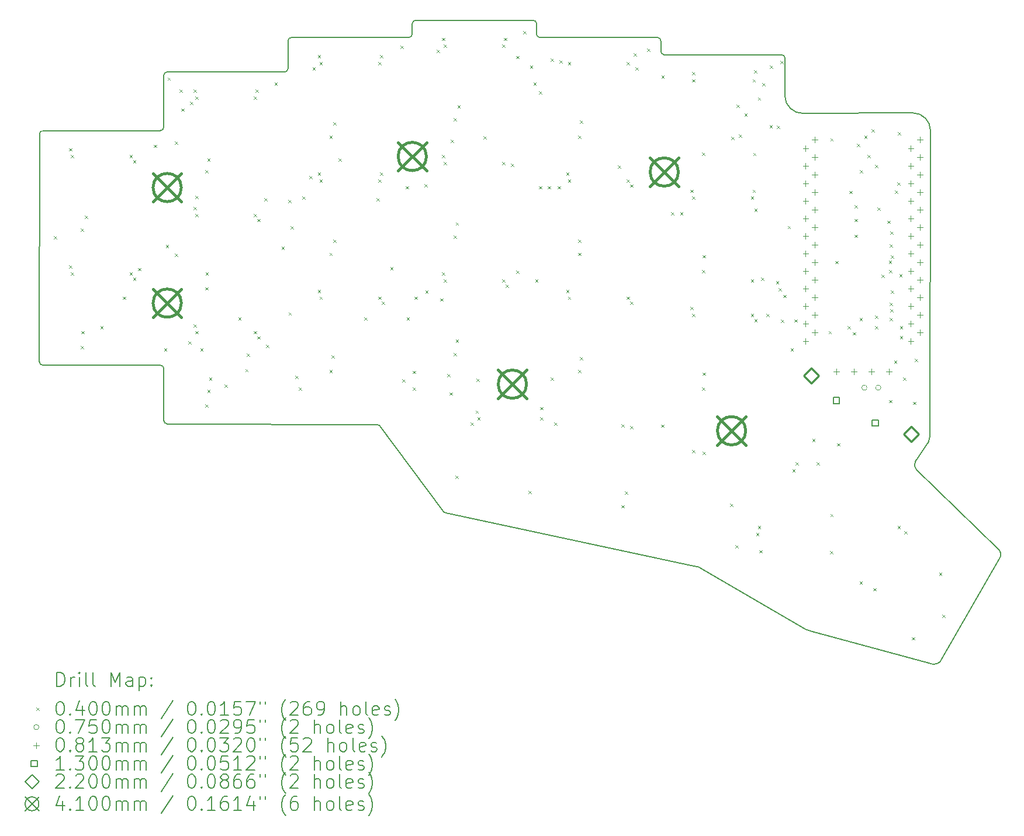
<source format=gbr>
%TF.GenerationSoftware,KiCad,Pcbnew,7.0.8*%
%TF.CreationDate,2024-02-29T00:10:51-05:00*%
%TF.ProjectId,heawood4,68656177-6f6f-4643-942e-6b696361645f,1.0*%
%TF.SameCoordinates,Original*%
%TF.FileFunction,Drillmap*%
%TF.FilePolarity,Positive*%
%FSLAX45Y45*%
G04 Gerber Fmt 4.5, Leading zero omitted, Abs format (unit mm)*
G04 Created by KiCad (PCBNEW 7.0.8) date 2024-02-29 00:10:51*
%MOMM*%
%LPD*%
G01*
G04 APERTURE LIST*
%ADD10C,0.150000*%
%ADD11C,0.200000*%
%ADD12C,0.040000*%
%ADD13C,0.075000*%
%ADD14C,0.081280*%
%ADD15C,0.130000*%
%ADD16C,0.220000*%
%ADD17C,0.410000*%
G04 APERTURE END LIST*
D10*
X19506783Y-7750000D02*
G75*
G03*
X19250000Y-7493217I-256783J0D01*
G01*
X19477276Y-12262270D02*
X19287311Y-12544966D01*
X19287311Y-12544966D02*
G75*
G03*
X19303682Y-12666315I97525J-48621D01*
G01*
X19303682Y-12666315D02*
X20480556Y-13809891D01*
X20506446Y-13951060D02*
G75*
G03*
X20480556Y-13809892I-81446J58021D01*
G01*
X17759941Y-15000000D02*
X19519208Y-15478675D01*
X19519208Y-15478675D02*
G75*
G03*
X19663409Y-15424799I34701J127039D01*
G01*
X8400000Y-11950000D02*
G75*
G03*
X8450000Y-12000000I50000J0D01*
G01*
X8400002Y-11199995D02*
X8400000Y-11950000D01*
X8400002Y-11199995D02*
G75*
G03*
X8350002Y-11149995I-50000J0D01*
G01*
X8350002Y-11149995D02*
X6648838Y-11150448D01*
X8350000Y-7750000D02*
X6649905Y-7750088D01*
X8350000Y-7750000D02*
G75*
G03*
X8400000Y-7700000I1J50000D01*
G01*
X8400000Y-6950000D02*
X8400000Y-7700000D01*
X8450000Y-6900000D02*
G75*
G03*
X8400000Y-6950000I0J-50000D01*
G01*
X11488056Y-12010312D02*
X8450000Y-12000000D01*
X19506783Y-7750000D02*
X19500000Y-12175000D01*
X15600000Y-6599466D02*
X15600000Y-6450000D01*
X6599905Y-7800088D02*
X6598838Y-11100448D01*
X19477275Y-12262269D02*
G75*
G03*
X19500000Y-12175000I-147495J85002D01*
G01*
X13800000Y-6350000D02*
X13800000Y-6200000D01*
X11951054Y-6399466D02*
X10250000Y-6400000D01*
X10250000Y-6400000D02*
G75*
G03*
X10200000Y-6450000I0J-50000D01*
G01*
X10150594Y-6900371D02*
X8450000Y-6900000D01*
X12452964Y-13276312D02*
G75*
G03*
X12488318Y-13290958I35356J35352D01*
G01*
X17350000Y-6650000D02*
X15650000Y-6649446D01*
X16150000Y-14075000D02*
X17693043Y-14975630D01*
X10150594Y-6900374D02*
G75*
G03*
X10200594Y-6850371I-4J50004D01*
G01*
X13750000Y-6150000D02*
X12049405Y-6150086D01*
X15550000Y-6400006D02*
X13850000Y-6400000D01*
X17693043Y-14975630D02*
G75*
G03*
X17759941Y-15000000I82468J122380D01*
G01*
X11525000Y-12025000D02*
X12452963Y-13276313D01*
X6649905Y-7750085D02*
G75*
G03*
X6599905Y-7800088I5J-50005D01*
G01*
X15600004Y-6599466D02*
G75*
G03*
X15650000Y-6649446I49976J-4D01*
G01*
X13800000Y-6200000D02*
G75*
G03*
X13750000Y-6150000I-50000J0D01*
G01*
X11999405Y-6200086D02*
X12001054Y-6349466D01*
X17400000Y-6700000D02*
G75*
G03*
X17350000Y-6650000I-50000J0D01*
G01*
X12488318Y-13290958D02*
X16081573Y-14061104D01*
X15600004Y-6450006D02*
G75*
G03*
X15550000Y-6400006I-50004J-4D01*
G01*
X10200000Y-6450000D02*
X10200594Y-6850371D01*
X19663409Y-15424799D02*
X20506446Y-13951060D01*
X11951054Y-6399474D02*
G75*
G03*
X12001054Y-6349466I-4J50004D01*
G01*
X6598838Y-11100448D02*
G75*
G03*
X6648838Y-11150448I50000J0D01*
G01*
X16150000Y-14075000D02*
G75*
G03*
X16081573Y-14061104I-101680J-325290D01*
G01*
X11525000Y-12025000D02*
G75*
G03*
X11488056Y-12010312I-35510J-35510D01*
G01*
X13800000Y-6350000D02*
G75*
G03*
X13850000Y-6400000I50000J0D01*
G01*
X17397139Y-7246689D02*
G75*
G03*
X17661141Y-7500516I259299J5487D01*
G01*
X17400000Y-6700000D02*
X17397139Y-7246689D01*
X12049405Y-6150085D02*
G75*
G03*
X11999405Y-6200086I5J-50005D01*
G01*
X19250000Y-7493217D02*
X17661141Y-7500516D01*
D11*
D12*
X6805000Y-9280000D02*
X6845000Y-9320000D01*
X6845000Y-9280000D02*
X6805000Y-9320000D01*
X7030000Y-8005000D02*
X7070000Y-8045000D01*
X7070000Y-8005000D02*
X7030000Y-8045000D01*
X7030000Y-9705000D02*
X7070000Y-9745000D01*
X7070000Y-9705000D02*
X7030000Y-9745000D01*
X7055000Y-8105000D02*
X7095000Y-8145000D01*
X7095000Y-8105000D02*
X7055000Y-8145000D01*
X7055000Y-9805000D02*
X7095000Y-9845000D01*
X7095000Y-9805000D02*
X7055000Y-9845000D01*
X7200000Y-9170000D02*
X7240000Y-9210000D01*
X7240000Y-9170000D02*
X7200000Y-9210000D01*
X7200000Y-10870000D02*
X7240000Y-10910000D01*
X7240000Y-10870000D02*
X7200000Y-10910000D01*
X7205000Y-10655000D02*
X7245000Y-10695000D01*
X7245000Y-10655000D02*
X7205000Y-10695000D01*
X7255000Y-8980000D02*
X7295000Y-9020000D01*
X7295000Y-8980000D02*
X7255000Y-9020000D01*
X7480000Y-10580000D02*
X7520000Y-10620000D01*
X7520000Y-10580000D02*
X7480000Y-10620000D01*
X7805000Y-10155000D02*
X7845000Y-10195000D01*
X7845000Y-10155000D02*
X7805000Y-10195000D01*
X7905000Y-8105000D02*
X7945000Y-8145000D01*
X7945000Y-8105000D02*
X7905000Y-8145000D01*
X7905000Y-9805000D02*
X7945000Y-9845000D01*
X7945000Y-9805000D02*
X7905000Y-9845000D01*
X7955000Y-8179792D02*
X7995000Y-8219792D01*
X7995000Y-8179792D02*
X7955000Y-8219792D01*
X7955000Y-9880000D02*
X7995000Y-9920000D01*
X7995000Y-9880000D02*
X7955000Y-9920000D01*
X8030000Y-9740681D02*
X8070000Y-9780681D01*
X8070000Y-9740681D02*
X8030000Y-9780681D01*
X8255000Y-7955000D02*
X8295000Y-7995000D01*
X8295000Y-7955000D02*
X8255000Y-7995000D01*
X8405000Y-10905000D02*
X8445000Y-10945000D01*
X8445000Y-10905000D02*
X8405000Y-10945000D01*
X8430000Y-9405000D02*
X8470000Y-9445000D01*
X8470000Y-9405000D02*
X8430000Y-9445000D01*
X8455000Y-6980000D02*
X8495000Y-7020000D01*
X8495000Y-6980000D02*
X8455000Y-7020000D01*
X8562450Y-7905000D02*
X8602450Y-7945000D01*
X8602450Y-7905000D02*
X8562450Y-7945000D01*
X8562450Y-9530000D02*
X8602450Y-9570000D01*
X8602450Y-9530000D02*
X8562450Y-9570000D01*
X8630000Y-7155000D02*
X8670000Y-7195000D01*
X8670000Y-7155000D02*
X8630000Y-7195000D01*
X8655000Y-7430000D02*
X8695000Y-7470000D01*
X8695000Y-7430000D02*
X8655000Y-7470000D01*
X8755000Y-10805000D02*
X8795000Y-10845000D01*
X8795000Y-10805000D02*
X8755000Y-10845000D01*
X8780000Y-7329792D02*
X8820000Y-7369792D01*
X8820000Y-7329792D02*
X8780000Y-7369792D01*
X8830000Y-7155000D02*
X8870000Y-7195000D01*
X8870000Y-7155000D02*
X8830000Y-7195000D01*
X8830000Y-8855000D02*
X8870000Y-8895000D01*
X8870000Y-8855000D02*
X8830000Y-8895000D01*
X8830000Y-10555000D02*
X8870000Y-10595000D01*
X8870000Y-10555000D02*
X8830000Y-10595000D01*
X8855000Y-7255000D02*
X8895000Y-7295000D01*
X8895000Y-7255000D02*
X8855000Y-7295000D01*
X8855000Y-8696869D02*
X8895000Y-8736869D01*
X8895000Y-8696869D02*
X8855000Y-8736869D01*
X8855000Y-8955000D02*
X8895000Y-8995000D01*
X8895000Y-8955000D02*
X8855000Y-8995000D01*
X8855000Y-10655000D02*
X8895000Y-10695000D01*
X8895000Y-10655000D02*
X8855000Y-10695000D01*
X8930000Y-10905000D02*
X8970000Y-10945000D01*
X8970000Y-10905000D02*
X8930000Y-10945000D01*
X9000000Y-8320000D02*
X9040000Y-8360000D01*
X9040000Y-8320000D02*
X9000000Y-8360000D01*
X9000000Y-10020000D02*
X9040000Y-10060000D01*
X9040000Y-10020000D02*
X9000000Y-10060000D01*
X9000000Y-11720000D02*
X9040000Y-11760000D01*
X9040000Y-11720000D02*
X9000000Y-11760000D01*
X9005000Y-9805000D02*
X9045000Y-9845000D01*
X9045000Y-9805000D02*
X9005000Y-9845000D01*
X9030000Y-8155000D02*
X9070000Y-8195000D01*
X9070000Y-8155000D02*
X9030000Y-8195000D01*
X9030000Y-11505000D02*
X9070000Y-11545000D01*
X9070000Y-11505000D02*
X9030000Y-11545000D01*
X9055000Y-11330000D02*
X9095000Y-11370000D01*
X9095000Y-11330000D02*
X9055000Y-11370000D01*
X9280000Y-11430000D02*
X9320000Y-11470000D01*
X9320000Y-11430000D02*
X9280000Y-11470000D01*
X9480000Y-10455000D02*
X9520000Y-10495000D01*
X9520000Y-10455000D02*
X9480000Y-10495000D01*
X9580000Y-11205000D02*
X9620000Y-11245000D01*
X9620000Y-11205000D02*
X9580000Y-11245000D01*
X9605000Y-10980000D02*
X9645000Y-11020000D01*
X9645000Y-10980000D02*
X9605000Y-11020000D01*
X9705000Y-7255000D02*
X9745000Y-7295000D01*
X9745000Y-7255000D02*
X9705000Y-7295000D01*
X9705000Y-8955000D02*
X9745000Y-8995000D01*
X9745000Y-8955000D02*
X9705000Y-8995000D01*
X9705000Y-10655000D02*
X9745000Y-10695000D01*
X9745000Y-10655000D02*
X9705000Y-10695000D01*
X9730000Y-7155000D02*
X9770000Y-7195000D01*
X9770000Y-7155000D02*
X9730000Y-7195000D01*
X9755000Y-9030000D02*
X9795000Y-9070000D01*
X9795000Y-9030000D02*
X9755000Y-9070000D01*
X9755000Y-10730000D02*
X9795000Y-10770000D01*
X9795000Y-10730000D02*
X9755000Y-10770000D01*
X9855000Y-8730000D02*
X9895000Y-8770000D01*
X9895000Y-8730000D02*
X9855000Y-8770000D01*
X9880000Y-10855000D02*
X9920000Y-10895000D01*
X9920000Y-10855000D02*
X9880000Y-10895000D01*
X10005000Y-7055000D02*
X10045000Y-7095000D01*
X10045000Y-7055000D02*
X10005000Y-7095000D01*
X10105000Y-9430000D02*
X10145000Y-9470000D01*
X10145000Y-9430000D02*
X10105000Y-9470000D01*
X10205000Y-8755000D02*
X10245000Y-8795000D01*
X10245000Y-8755000D02*
X10205000Y-8795000D01*
X10208033Y-10383033D02*
X10248033Y-10423033D01*
X10248033Y-10383033D02*
X10208033Y-10423033D01*
X10234003Y-9134003D02*
X10274003Y-9174003D01*
X10274003Y-9134003D02*
X10234003Y-9174003D01*
X10305000Y-11305000D02*
X10345000Y-11345000D01*
X10345000Y-11305000D02*
X10305000Y-11345000D01*
X10355000Y-11469950D02*
X10395000Y-11509950D01*
X10395000Y-11469950D02*
X10355000Y-11509950D01*
X10405000Y-8705000D02*
X10445000Y-8745000D01*
X10445000Y-8705000D02*
X10405000Y-8745000D01*
X10505000Y-8405000D02*
X10545000Y-8445000D01*
X10545000Y-8405000D02*
X10505000Y-8445000D01*
X10555000Y-6830000D02*
X10595000Y-6870000D01*
X10595000Y-6830000D02*
X10555000Y-6870000D01*
X10630000Y-6655000D02*
X10670000Y-6695000D01*
X10670000Y-6655000D02*
X10630000Y-6695000D01*
X10630000Y-8355000D02*
X10670000Y-8395000D01*
X10670000Y-8355000D02*
X10630000Y-8395000D01*
X10630000Y-10055000D02*
X10670000Y-10095000D01*
X10670000Y-10055000D02*
X10630000Y-10095000D01*
X10655000Y-6755000D02*
X10695000Y-6795000D01*
X10695000Y-6755000D02*
X10655000Y-6795000D01*
X10655000Y-8455000D02*
X10695000Y-8495000D01*
X10695000Y-8455000D02*
X10655000Y-8495000D01*
X10655000Y-10155000D02*
X10695000Y-10195000D01*
X10695000Y-10155000D02*
X10655000Y-10195000D01*
X10800000Y-7820000D02*
X10840000Y-7860000D01*
X10840000Y-7820000D02*
X10800000Y-7860000D01*
X10800000Y-9520000D02*
X10840000Y-9560000D01*
X10840000Y-9520000D02*
X10800000Y-9560000D01*
X10800000Y-11220000D02*
X10840000Y-11260000D01*
X10840000Y-11220000D02*
X10800000Y-11260000D01*
X10830000Y-11005000D02*
X10870000Y-11045000D01*
X10870000Y-11005000D02*
X10830000Y-11045000D01*
X10855000Y-7630000D02*
X10895000Y-7670000D01*
X10895000Y-7630000D02*
X10855000Y-7670000D01*
X10855000Y-9330000D02*
X10895000Y-9370000D01*
X10895000Y-9330000D02*
X10855000Y-9370000D01*
X10930000Y-8155000D02*
X10970000Y-8195000D01*
X10970000Y-8155000D02*
X10930000Y-8195000D01*
X11305000Y-10455000D02*
X11345000Y-10495000D01*
X11345000Y-10455000D02*
X11305000Y-10495000D01*
X11480000Y-8730000D02*
X11520000Y-8770000D01*
X11520000Y-8730000D02*
X11480000Y-8770000D01*
X11505000Y-6755000D02*
X11545000Y-6795000D01*
X11545000Y-6755000D02*
X11505000Y-6795000D01*
X11505000Y-8455000D02*
X11545000Y-8495000D01*
X11545000Y-8455000D02*
X11505000Y-8495000D01*
X11505000Y-10155000D02*
X11545000Y-10195000D01*
X11545000Y-10155000D02*
X11505000Y-10195000D01*
X11530000Y-6655000D02*
X11570000Y-6695000D01*
X11570000Y-6655000D02*
X11530000Y-6695000D01*
X11530000Y-8355000D02*
X11570000Y-8395000D01*
X11570000Y-8355000D02*
X11530000Y-8395000D01*
X11555000Y-10230000D02*
X11595000Y-10270000D01*
X11595000Y-10230000D02*
X11555000Y-10270000D01*
X11680000Y-9730000D02*
X11720000Y-9770000D01*
X11720000Y-9730000D02*
X11680000Y-9770000D01*
X11830000Y-6517550D02*
X11870000Y-6557550D01*
X11870000Y-6517550D02*
X11830000Y-6557550D01*
X11855000Y-11355000D02*
X11895000Y-11395000D01*
X11895000Y-11355000D02*
X11855000Y-11395000D01*
X11905000Y-8555000D02*
X11945000Y-8595000D01*
X11945000Y-8555000D02*
X11905000Y-8595000D01*
X11917450Y-10455000D02*
X11957450Y-10495000D01*
X11957450Y-10455000D02*
X11917450Y-10495000D01*
X12005000Y-11230000D02*
X12045000Y-11270000D01*
X12045000Y-11230000D02*
X12005000Y-11270000D01*
X12005000Y-11469950D02*
X12045000Y-11509950D01*
X12045000Y-11469950D02*
X12005000Y-11509950D01*
X12030000Y-10155000D02*
X12070000Y-10195000D01*
X12070000Y-10155000D02*
X12030000Y-10195000D01*
X12178007Y-8528007D02*
X12218007Y-8568007D01*
X12218007Y-8528007D02*
X12178007Y-8568007D01*
X12189502Y-10064502D02*
X12229502Y-10104502D01*
X12229502Y-10064502D02*
X12189502Y-10104502D01*
X12355000Y-6580000D02*
X12395000Y-6620000D01*
X12395000Y-6580000D02*
X12355000Y-6620000D01*
X12405000Y-10180000D02*
X12445000Y-10220000D01*
X12445000Y-10180000D02*
X12405000Y-10220000D01*
X12430000Y-6405000D02*
X12470000Y-6445000D01*
X12470000Y-6405000D02*
X12430000Y-6445000D01*
X12430000Y-8105000D02*
X12470000Y-8145000D01*
X12470000Y-8105000D02*
X12430000Y-8145000D01*
X12430000Y-9805000D02*
X12470000Y-9845000D01*
X12470000Y-9805000D02*
X12430000Y-9845000D01*
X12455000Y-6505000D02*
X12495000Y-6545000D01*
X12495000Y-6505000D02*
X12455000Y-6545000D01*
X12455000Y-8205000D02*
X12495000Y-8245000D01*
X12495000Y-8205000D02*
X12455000Y-8245000D01*
X12455000Y-9905000D02*
X12495000Y-9945000D01*
X12495000Y-9905000D02*
X12455000Y-9945000D01*
X12505000Y-11280000D02*
X12545000Y-11320000D01*
X12545000Y-11280000D02*
X12505000Y-11320000D01*
X12537550Y-11544900D02*
X12577550Y-11584900D01*
X12577550Y-11544900D02*
X12537550Y-11584900D01*
X12555000Y-7880000D02*
X12595000Y-7920000D01*
X12595000Y-7880000D02*
X12555000Y-7920000D01*
X12600000Y-7570000D02*
X12640000Y-7610000D01*
X12640000Y-7570000D02*
X12600000Y-7610000D01*
X12600000Y-9270000D02*
X12640000Y-9310000D01*
X12640000Y-9270000D02*
X12600000Y-9310000D01*
X12600000Y-10970000D02*
X12640000Y-11010000D01*
X12640000Y-10970000D02*
X12600000Y-11010000D01*
X12625000Y-12750000D02*
X12665000Y-12790000D01*
X12665000Y-12750000D02*
X12625000Y-12790000D01*
X12630000Y-9080000D02*
X12670000Y-9120000D01*
X12670000Y-9080000D02*
X12630000Y-9120000D01*
X12630000Y-10780000D02*
X12670000Y-10820000D01*
X12670000Y-10780000D02*
X12630000Y-10820000D01*
X12655000Y-7380000D02*
X12695000Y-7420000D01*
X12695000Y-7380000D02*
X12655000Y-7420000D01*
X12842500Y-11980888D02*
X12882500Y-12020888D01*
X12882500Y-11980888D02*
X12842500Y-12020888D01*
X12917500Y-11805888D02*
X12957500Y-11845888D01*
X12957500Y-11805888D02*
X12917500Y-11845888D01*
X12930000Y-11342550D02*
X12970000Y-11382550D01*
X12970000Y-11342550D02*
X12930000Y-11382550D01*
X12942500Y-11905888D02*
X12982500Y-11945888D01*
X12982500Y-11905888D02*
X12942500Y-11945888D01*
X13030000Y-7830000D02*
X13070000Y-7870000D01*
X13070000Y-7830000D02*
X13030000Y-7870000D01*
X13305000Y-6505000D02*
X13345000Y-6545000D01*
X13345000Y-6505000D02*
X13305000Y-6545000D01*
X13305000Y-8205000D02*
X13345000Y-8245000D01*
X13345000Y-8205000D02*
X13305000Y-8245000D01*
X13305000Y-9905000D02*
X13345000Y-9945000D01*
X13345000Y-9905000D02*
X13305000Y-9945000D01*
X13330000Y-6405000D02*
X13370000Y-6445000D01*
X13370000Y-6405000D02*
X13330000Y-6445000D01*
X13355000Y-9980000D02*
X13395000Y-10020000D01*
X13395000Y-9980000D02*
X13355000Y-10020000D01*
X13430000Y-8230000D02*
X13470000Y-8270000D01*
X13470000Y-8230000D02*
X13430000Y-8270000D01*
X13505000Y-6667342D02*
X13545000Y-6707342D01*
X13545000Y-6667342D02*
X13505000Y-6707342D01*
X13505000Y-9780000D02*
X13545000Y-9820000D01*
X13545000Y-9780000D02*
X13505000Y-9820000D01*
X13605000Y-6305000D02*
X13645000Y-6345000D01*
X13645000Y-6305000D02*
X13605000Y-6345000D01*
X13685000Y-12970000D02*
X13725000Y-13010000D01*
X13725000Y-12970000D02*
X13685000Y-13010000D01*
X13705000Y-6805000D02*
X13745000Y-6845000D01*
X13745000Y-6805000D02*
X13705000Y-6845000D01*
X13755000Y-7055000D02*
X13795000Y-7095000D01*
X13795000Y-7055000D02*
X13755000Y-7095000D01*
X13780000Y-9905000D02*
X13820000Y-9945000D01*
X13820000Y-9905000D02*
X13780000Y-9945000D01*
X13837550Y-7180000D02*
X13877550Y-7220000D01*
X13877550Y-7180000D02*
X13837550Y-7220000D01*
X13837550Y-8555000D02*
X13877550Y-8595000D01*
X13877550Y-8555000D02*
X13837550Y-8595000D01*
X13855000Y-11755000D02*
X13895000Y-11795000D01*
X13895000Y-11755000D02*
X13855000Y-11795000D01*
X13855000Y-11905888D02*
X13895000Y-11945888D01*
X13895000Y-11905888D02*
X13855000Y-11945888D01*
X13962450Y-8555000D02*
X14002450Y-8595000D01*
X14002450Y-8555000D02*
X13962450Y-8595000D01*
X14005000Y-6705000D02*
X14045000Y-6745000D01*
X14045000Y-6705000D02*
X14005000Y-6745000D01*
X14005000Y-11330000D02*
X14045000Y-11370000D01*
X14045000Y-11330000D02*
X14005000Y-11370000D01*
X14055000Y-11980888D02*
X14095000Y-12020888D01*
X14095000Y-11980888D02*
X14055000Y-12020888D01*
X14105000Y-8555000D02*
X14145000Y-8595000D01*
X14145000Y-8555000D02*
X14105000Y-8595000D01*
X14130000Y-6730000D02*
X14170000Y-6770000D01*
X14170000Y-6730000D02*
X14130000Y-6770000D01*
X14230000Y-8355000D02*
X14270000Y-8395000D01*
X14270000Y-8355000D02*
X14230000Y-8395000D01*
X14230000Y-10055000D02*
X14270000Y-10095000D01*
X14270000Y-10055000D02*
X14230000Y-10095000D01*
X14255000Y-6755000D02*
X14295000Y-6795000D01*
X14295000Y-6755000D02*
X14255000Y-6795000D01*
X14255000Y-8455000D02*
X14295000Y-8495000D01*
X14295000Y-8455000D02*
X14255000Y-8495000D01*
X14255000Y-10155000D02*
X14295000Y-10195000D01*
X14295000Y-10155000D02*
X14255000Y-10195000D01*
X14400000Y-7820000D02*
X14440000Y-7860000D01*
X14440000Y-7820000D02*
X14400000Y-7860000D01*
X14400000Y-9520000D02*
X14440000Y-9560000D01*
X14440000Y-9520000D02*
X14400000Y-9560000D01*
X14400000Y-11220000D02*
X14440000Y-11260000D01*
X14440000Y-11220000D02*
X14400000Y-11260000D01*
X14405000Y-9330000D02*
X14445000Y-9370000D01*
X14445000Y-9330000D02*
X14405000Y-9370000D01*
X14430000Y-7605000D02*
X14470000Y-7645000D01*
X14470000Y-7605000D02*
X14430000Y-7645000D01*
X14430000Y-11030000D02*
X14470000Y-11070000D01*
X14470000Y-11030000D02*
X14430000Y-11070000D01*
X14980000Y-8255000D02*
X15020000Y-8295000D01*
X15020000Y-8255000D02*
X14980000Y-8295000D01*
X15030000Y-12005000D02*
X15070000Y-12045000D01*
X15070000Y-12005000D02*
X15030000Y-12045000D01*
X15031837Y-13177427D02*
X15071837Y-13217427D01*
X15071837Y-13177427D02*
X15031837Y-13217427D01*
X15080000Y-12980000D02*
X15120000Y-13020000D01*
X15120000Y-12980000D02*
X15080000Y-13020000D01*
X15105000Y-6755000D02*
X15145000Y-6795000D01*
X15145000Y-6755000D02*
X15105000Y-6795000D01*
X15105000Y-8455000D02*
X15145000Y-8495000D01*
X15145000Y-8455000D02*
X15105000Y-8495000D01*
X15105000Y-10155000D02*
X15145000Y-10195000D01*
X15145000Y-10155000D02*
X15105000Y-10195000D01*
X15155000Y-8530000D02*
X15195000Y-8570000D01*
X15195000Y-8530000D02*
X15155000Y-8570000D01*
X15155000Y-10230000D02*
X15195000Y-10270000D01*
X15195000Y-10230000D02*
X15155000Y-10270000D01*
X15155000Y-12030000D02*
X15195000Y-12070000D01*
X15195000Y-12030000D02*
X15155000Y-12070000D01*
X15205000Y-6630000D02*
X15245000Y-6670000D01*
X15245000Y-6630000D02*
X15205000Y-6670000D01*
X15230000Y-6830000D02*
X15270000Y-6870000D01*
X15270000Y-6830000D02*
X15230000Y-6870000D01*
X15399159Y-6560841D02*
X15439159Y-6600841D01*
X15439159Y-6560841D02*
X15399159Y-6600841D01*
X15605000Y-12009950D02*
X15645000Y-12049950D01*
X15645000Y-12009950D02*
X15605000Y-12049950D01*
X15607998Y-6952002D02*
X15647998Y-6992002D01*
X15647998Y-6952002D02*
X15607998Y-6992002D01*
X15750050Y-8930000D02*
X15790050Y-8970000D01*
X15790050Y-8930000D02*
X15750050Y-8970000D01*
X15880000Y-8930000D02*
X15920000Y-8970000D01*
X15920000Y-8930000D02*
X15880000Y-8970000D01*
X16030000Y-8605000D02*
X16070000Y-8645000D01*
X16070000Y-8605000D02*
X16030000Y-8645000D01*
X16030000Y-10305000D02*
X16070000Y-10345000D01*
X16070000Y-10305000D02*
X16030000Y-10345000D01*
X16052002Y-6902002D02*
X16092002Y-6942002D01*
X16092002Y-6902002D02*
X16052002Y-6942002D01*
X16055000Y-7005000D02*
X16095000Y-7045000D01*
X16095000Y-7005000D02*
X16055000Y-7045000D01*
X16055000Y-8705000D02*
X16095000Y-8745000D01*
X16095000Y-8705000D02*
X16055000Y-8745000D01*
X16055000Y-10405000D02*
X16095000Y-10445000D01*
X16095000Y-10405000D02*
X16055000Y-10445000D01*
X16055000Y-12380000D02*
X16095000Y-12420000D01*
X16095000Y-12380000D02*
X16055000Y-12420000D01*
X16200000Y-8070000D02*
X16240000Y-8110000D01*
X16240000Y-8070000D02*
X16200000Y-8110000D01*
X16200000Y-9770000D02*
X16240000Y-9810000D01*
X16240000Y-9770000D02*
X16200000Y-9810000D01*
X16200000Y-11470000D02*
X16240000Y-11510000D01*
X16240000Y-11470000D02*
X16200000Y-11510000D01*
X16205000Y-9555000D02*
X16245000Y-9595000D01*
X16245000Y-9555000D02*
X16205000Y-9595000D01*
X16205000Y-11255000D02*
X16245000Y-11295000D01*
X16245000Y-11255000D02*
X16205000Y-11295000D01*
X16205000Y-12405000D02*
X16245000Y-12445000D01*
X16245000Y-12405000D02*
X16205000Y-12445000D01*
X16605000Y-13155000D02*
X16645000Y-13195000D01*
X16645000Y-13155000D02*
X16605000Y-13195000D01*
X16619159Y-7840841D02*
X16659159Y-7880841D01*
X16659159Y-7840841D02*
X16619159Y-7880841D01*
X16680000Y-13755000D02*
X16720000Y-13795000D01*
X16720000Y-13755000D02*
X16680000Y-13795000D01*
X16699805Y-7371877D02*
X16739805Y-7411877D01*
X16739805Y-7371877D02*
X16699805Y-7411877D01*
X16730000Y-7805000D02*
X16770000Y-7845000D01*
X16770000Y-7805000D02*
X16730000Y-7845000D01*
X16811659Y-7498341D02*
X16851659Y-7538341D01*
X16851659Y-7498341D02*
X16811659Y-7538341D01*
X16905000Y-8705000D02*
X16945000Y-8745000D01*
X16945000Y-8705000D02*
X16905000Y-8745000D01*
X16905000Y-9905000D02*
X16945000Y-9945000D01*
X16945000Y-9905000D02*
X16905000Y-9945000D01*
X16905000Y-10405000D02*
X16945000Y-10445000D01*
X16945000Y-10405000D02*
X16905000Y-10445000D01*
X16930000Y-7005000D02*
X16970000Y-7045000D01*
X16970000Y-7005000D02*
X16930000Y-7045000D01*
X16930000Y-8605000D02*
X16970000Y-8645000D01*
X16970000Y-8605000D02*
X16930000Y-8645000D01*
X16938318Y-8071682D02*
X16978318Y-8111682D01*
X16978318Y-8071682D02*
X16938318Y-8111682D01*
X16952468Y-6877342D02*
X16992468Y-6917342D01*
X16992468Y-6877342D02*
X16952468Y-6917342D01*
X16955000Y-8880000D02*
X16995000Y-8920000D01*
X16995000Y-8880000D02*
X16955000Y-8920000D01*
X16955000Y-10480000D02*
X16995000Y-10520000D01*
X16995000Y-10480000D02*
X16955000Y-10520000D01*
X16980000Y-13580000D02*
X17020000Y-13620000D01*
X17020000Y-13580000D02*
X16980000Y-13620000D01*
X17005000Y-7267550D02*
X17045000Y-7307550D01*
X17045000Y-7267550D02*
X17005000Y-7307550D01*
X17005000Y-13480000D02*
X17045000Y-13520000D01*
X17045000Y-13480000D02*
X17005000Y-13520000D01*
X17030000Y-13830000D02*
X17070000Y-13870000D01*
X17070000Y-13830000D02*
X17030000Y-13870000D01*
X17055000Y-9880000D02*
X17095000Y-9920000D01*
X17095000Y-9880000D02*
X17055000Y-9920000D01*
X17071421Y-7058032D02*
X17111421Y-7098032D01*
X17111421Y-7058032D02*
X17071421Y-7098032D01*
X17130000Y-10405000D02*
X17170000Y-10445000D01*
X17170000Y-10405000D02*
X17130000Y-10445000D01*
X17176589Y-7670771D02*
X17216589Y-7710771D01*
X17216589Y-7670771D02*
X17176589Y-7710771D01*
X17180000Y-6805000D02*
X17220000Y-6845000D01*
X17220000Y-6805000D02*
X17180000Y-6845000D01*
X17267550Y-9930000D02*
X17307550Y-9970000D01*
X17307550Y-9930000D02*
X17267550Y-9970000D01*
X17280000Y-7680000D02*
X17320000Y-7720000D01*
X17320000Y-7680000D02*
X17280000Y-7720000D01*
X17305000Y-10030000D02*
X17345000Y-10070000D01*
X17345000Y-10030000D02*
X17305000Y-10070000D01*
X17334950Y-6737419D02*
X17374950Y-6777419D01*
X17374950Y-6737419D02*
X17334950Y-6777419D01*
X17341259Y-10491259D02*
X17381259Y-10531259D01*
X17381259Y-10491259D02*
X17341259Y-10531259D01*
X17375000Y-10130000D02*
X17415000Y-10170000D01*
X17415000Y-10130000D02*
X17375000Y-10170000D01*
X17437450Y-9130000D02*
X17477450Y-9170000D01*
X17477450Y-9130000D02*
X17437450Y-9170000D01*
X17480000Y-10905000D02*
X17520000Y-10945000D01*
X17520000Y-10905000D02*
X17480000Y-10945000D01*
X17505000Y-12655000D02*
X17545000Y-12695000D01*
X17545000Y-12655000D02*
X17505000Y-12695000D01*
X17536659Y-10486659D02*
X17576659Y-10526659D01*
X17576659Y-10486659D02*
X17536659Y-10526659D01*
X17555000Y-12555000D02*
X17595000Y-12595000D01*
X17595000Y-12555000D02*
X17555000Y-12595000D01*
X17792500Y-12217500D02*
X17832500Y-12257500D01*
X17832500Y-12217500D02*
X17792500Y-12257500D01*
X17855000Y-12555000D02*
X17895000Y-12595000D01*
X17895000Y-12555000D02*
X17855000Y-12595000D01*
X18030000Y-10655000D02*
X18070000Y-10695000D01*
X18070000Y-10655000D02*
X18030000Y-10695000D01*
X18050955Y-13842487D02*
X18090955Y-13882487D01*
X18090955Y-13842487D02*
X18050955Y-13882487D01*
X18055000Y-7861200D02*
X18095000Y-7901200D01*
X18095000Y-7861200D02*
X18055000Y-7901200D01*
X18055000Y-13305000D02*
X18095000Y-13345000D01*
X18095000Y-13305000D02*
X18055000Y-13345000D01*
X18129950Y-9639200D02*
X18169950Y-9679200D01*
X18169950Y-9639200D02*
X18129950Y-9679200D01*
X18155000Y-12280000D02*
X18195000Y-12320000D01*
X18195000Y-12280000D02*
X18155000Y-12320000D01*
X18305000Y-10580000D02*
X18345000Y-10620000D01*
X18345000Y-10580000D02*
X18305000Y-10620000D01*
X18330000Y-8623200D02*
X18370000Y-8663200D01*
X18370000Y-8623200D02*
X18330000Y-8663200D01*
X18380788Y-10671450D02*
X18420788Y-10711450D01*
X18420788Y-10671450D02*
X18380788Y-10711450D01*
X18405000Y-8830000D02*
X18445000Y-8870000D01*
X18445000Y-8830000D02*
X18405000Y-8870000D01*
X18405000Y-9030000D02*
X18445000Y-9070000D01*
X18445000Y-9030000D02*
X18405000Y-9070000D01*
X18405000Y-9258200D02*
X18445000Y-9298200D01*
X18445000Y-9258200D02*
X18405000Y-9298200D01*
X18443777Y-7941223D02*
X18483777Y-7981223D01*
X18483777Y-7941223D02*
X18443777Y-7981223D01*
X18480000Y-10462450D02*
X18520000Y-10502450D01*
X18520000Y-10462450D02*
X18480000Y-10502450D01*
X18480000Y-14280000D02*
X18520000Y-14320000D01*
X18520000Y-14280000D02*
X18480000Y-14320000D01*
X18483550Y-8324000D02*
X18523550Y-8364000D01*
X18523550Y-8324000D02*
X18483550Y-8364000D01*
X18547434Y-7822434D02*
X18587434Y-7862434D01*
X18587434Y-7822434D02*
X18547434Y-7862434D01*
X18592450Y-8105000D02*
X18632450Y-8145000D01*
X18632450Y-8105000D02*
X18592450Y-8145000D01*
X18655000Y-7731727D02*
X18695000Y-7771727D01*
X18695000Y-7731727D02*
X18655000Y-7771727D01*
X18680000Y-14380000D02*
X18720000Y-14420000D01*
X18720000Y-14380000D02*
X18680000Y-14420000D01*
X18701088Y-10580000D02*
X18741088Y-10620000D01*
X18741088Y-10580000D02*
X18701088Y-10620000D01*
X18705000Y-8246000D02*
X18745000Y-8286000D01*
X18745000Y-8246000D02*
X18705000Y-8286000D01*
X18705000Y-10430000D02*
X18745000Y-10470000D01*
X18745000Y-10430000D02*
X18705000Y-10470000D01*
X18740100Y-8861796D02*
X18780100Y-8901796D01*
X18780100Y-8861796D02*
X18740100Y-8901796D01*
X18797060Y-9836837D02*
X18837060Y-9876837D01*
X18837060Y-9836837D02*
X18797060Y-9876837D01*
X18882550Y-9054000D02*
X18922550Y-9094000D01*
X18922550Y-9054000D02*
X18882550Y-9094000D01*
X18903793Y-9634498D02*
X18943793Y-9674498D01*
X18943793Y-9634498D02*
X18903793Y-9674498D01*
X18905000Y-11655000D02*
X18945000Y-11695000D01*
X18945000Y-11655000D02*
X18905000Y-11695000D01*
X18906883Y-9770198D02*
X18946883Y-9810198D01*
X18946883Y-9770198D02*
X18906883Y-9810198D01*
X18912550Y-10244000D02*
X18952550Y-10284000D01*
X18952550Y-10244000D02*
X18912550Y-10284000D01*
X18917550Y-9396550D02*
X18957550Y-9436550D01*
X18957550Y-9396550D02*
X18917550Y-9436550D01*
X18917704Y-10463650D02*
X18957704Y-10503650D01*
X18957704Y-10463650D02*
X18917704Y-10503650D01*
X18922550Y-9214000D02*
X18962550Y-9254000D01*
X18962550Y-9214000D02*
X18922550Y-9254000D01*
X18926342Y-10338750D02*
X18966342Y-10378750D01*
X18966342Y-10338750D02*
X18926342Y-10378750D01*
X18930000Y-10064000D02*
X18970000Y-10104000D01*
X18970000Y-10064000D02*
X18930000Y-10104000D01*
X18930100Y-9559000D02*
X18970100Y-9599000D01*
X18970100Y-9559000D02*
X18930100Y-9599000D01*
X18980000Y-11080000D02*
X19020000Y-11120000D01*
X19020000Y-11080000D02*
X18980000Y-11120000D01*
X18988550Y-8621000D02*
X19028550Y-8661000D01*
X19028550Y-8621000D02*
X18988550Y-8661000D01*
X19027550Y-8502000D02*
X19067550Y-8542000D01*
X19067550Y-8502000D02*
X19027550Y-8542000D01*
X19030000Y-13480000D02*
X19070000Y-13520000D01*
X19070000Y-13480000D02*
X19030000Y-13520000D01*
X19032550Y-7774000D02*
X19072550Y-7814000D01*
X19072550Y-7774000D02*
X19032550Y-7814000D01*
X19055000Y-9830750D02*
X19095000Y-9870750D01*
X19095000Y-9830750D02*
X19055000Y-9870750D01*
X19062550Y-10584000D02*
X19102550Y-10624000D01*
X19102550Y-10584000D02*
X19062550Y-10624000D01*
X19062550Y-10724000D02*
X19102550Y-10764000D01*
X19102550Y-10724000D02*
X19062550Y-10764000D01*
X19112000Y-11330000D02*
X19152000Y-11370000D01*
X19152000Y-11330000D02*
X19112000Y-11370000D01*
X19130000Y-13555000D02*
X19170000Y-13595000D01*
X19170000Y-13555000D02*
X19130000Y-13595000D01*
X19235429Y-15090500D02*
X19275429Y-15130500D01*
X19275429Y-15090500D02*
X19235429Y-15130500D01*
X19255000Y-11680000D02*
X19295000Y-11720000D01*
X19295000Y-11680000D02*
X19255000Y-11720000D01*
X19279275Y-11055725D02*
X19319275Y-11095725D01*
X19319275Y-11055725D02*
X19279275Y-11095725D01*
X19630000Y-14155000D02*
X19670000Y-14195000D01*
X19670000Y-14155000D02*
X19630000Y-14195000D01*
X19675955Y-14767487D02*
X19715955Y-14807487D01*
X19715955Y-14767487D02*
X19675955Y-14807487D01*
D13*
X18587500Y-11475000D02*
G75*
G03*
X18587500Y-11475000I-37500J0D01*
G01*
X18787500Y-11475000D02*
G75*
G03*
X18787500Y-11475000I-37500J0D01*
G01*
D14*
X17698550Y-7967560D02*
X17698550Y-8048840D01*
X17657910Y-8008200D02*
X17739190Y-8008200D01*
X17698550Y-8221560D02*
X17698550Y-8302840D01*
X17657910Y-8262200D02*
X17739190Y-8262200D01*
X17698550Y-8475560D02*
X17698550Y-8556840D01*
X17657910Y-8516200D02*
X17739190Y-8516200D01*
X17698550Y-8729560D02*
X17698550Y-8810840D01*
X17657910Y-8770200D02*
X17739190Y-8770200D01*
X17698550Y-8983560D02*
X17698550Y-9064840D01*
X17657910Y-9024200D02*
X17739190Y-9024200D01*
X17698550Y-9237560D02*
X17698550Y-9318840D01*
X17657910Y-9278200D02*
X17739190Y-9278200D01*
X17698550Y-9491560D02*
X17698550Y-9572840D01*
X17657910Y-9532200D02*
X17739190Y-9532200D01*
X17698550Y-9745560D02*
X17698550Y-9826840D01*
X17657910Y-9786200D02*
X17739190Y-9786200D01*
X17698550Y-9999560D02*
X17698550Y-10080840D01*
X17657910Y-10040200D02*
X17739190Y-10040200D01*
X17698550Y-10253560D02*
X17698550Y-10334840D01*
X17657910Y-10294200D02*
X17739190Y-10294200D01*
X17698550Y-10507560D02*
X17698550Y-10588840D01*
X17657910Y-10548200D02*
X17739190Y-10548200D01*
X17698550Y-10761560D02*
X17698550Y-10842840D01*
X17657910Y-10802200D02*
X17739190Y-10802200D01*
X17831190Y-7840560D02*
X17831190Y-7921840D01*
X17790550Y-7881200D02*
X17871830Y-7881200D01*
X17831190Y-8094560D02*
X17831190Y-8175840D01*
X17790550Y-8135200D02*
X17871830Y-8135200D01*
X17831190Y-8348560D02*
X17831190Y-8429840D01*
X17790550Y-8389200D02*
X17871830Y-8389200D01*
X17831190Y-8602560D02*
X17831190Y-8683840D01*
X17790550Y-8643200D02*
X17871830Y-8643200D01*
X17831190Y-8856560D02*
X17831190Y-8937840D01*
X17790550Y-8897200D02*
X17871830Y-8897200D01*
X17831190Y-9110560D02*
X17831190Y-9191840D01*
X17790550Y-9151200D02*
X17871830Y-9151200D01*
X17831190Y-9364560D02*
X17831190Y-9445840D01*
X17790550Y-9405200D02*
X17871830Y-9405200D01*
X17831190Y-9618560D02*
X17831190Y-9699840D01*
X17790550Y-9659200D02*
X17871830Y-9659200D01*
X17831190Y-9872560D02*
X17831190Y-9953840D01*
X17790550Y-9913200D02*
X17871830Y-9913200D01*
X17831190Y-10126560D02*
X17831190Y-10207840D01*
X17790550Y-10167200D02*
X17871830Y-10167200D01*
X17831190Y-10380560D02*
X17831190Y-10461840D01*
X17790550Y-10421200D02*
X17871830Y-10421200D01*
X17831190Y-10634560D02*
X17831190Y-10715840D01*
X17790550Y-10675200D02*
X17871830Y-10675200D01*
X18143689Y-11201193D02*
X18143689Y-11282473D01*
X18103049Y-11241833D02*
X18184329Y-11241833D01*
X18397689Y-11201193D02*
X18397689Y-11282473D01*
X18357049Y-11241833D02*
X18438329Y-11241833D01*
X18651689Y-11201193D02*
X18651689Y-11282473D01*
X18611049Y-11241833D02*
X18692329Y-11241833D01*
X18905689Y-11201193D02*
X18905689Y-11282473D01*
X18865049Y-11241833D02*
X18946329Y-11241833D01*
X19222550Y-7967560D02*
X19222550Y-8048840D01*
X19181910Y-8008200D02*
X19263190Y-8008200D01*
X19222550Y-8221560D02*
X19222550Y-8302840D01*
X19181910Y-8262200D02*
X19263190Y-8262200D01*
X19222550Y-8475560D02*
X19222550Y-8556840D01*
X19181910Y-8516200D02*
X19263190Y-8516200D01*
X19222550Y-8729560D02*
X19222550Y-8810840D01*
X19181910Y-8770200D02*
X19263190Y-8770200D01*
X19222550Y-8983560D02*
X19222550Y-9064840D01*
X19181910Y-9024200D02*
X19263190Y-9024200D01*
X19222550Y-9237560D02*
X19222550Y-9318840D01*
X19181910Y-9278200D02*
X19263190Y-9278200D01*
X19222550Y-9491560D02*
X19222550Y-9572840D01*
X19181910Y-9532200D02*
X19263190Y-9532200D01*
X19222550Y-9745560D02*
X19222550Y-9826840D01*
X19181910Y-9786200D02*
X19263190Y-9786200D01*
X19222550Y-9999560D02*
X19222550Y-10080840D01*
X19181910Y-10040200D02*
X19263190Y-10040200D01*
X19222550Y-10253560D02*
X19222550Y-10334840D01*
X19181910Y-10294200D02*
X19263190Y-10294200D01*
X19222550Y-10507560D02*
X19222550Y-10588840D01*
X19181910Y-10548200D02*
X19263190Y-10548200D01*
X19222550Y-10761560D02*
X19222550Y-10842840D01*
X19181910Y-10802200D02*
X19263190Y-10802200D01*
X19353190Y-7840560D02*
X19353190Y-7921840D01*
X19312550Y-7881200D02*
X19393830Y-7881200D01*
X19353190Y-8094560D02*
X19353190Y-8175840D01*
X19312550Y-8135200D02*
X19393830Y-8135200D01*
X19353190Y-8348560D02*
X19353190Y-8429840D01*
X19312550Y-8389200D02*
X19393830Y-8389200D01*
X19353190Y-8602560D02*
X19353190Y-8683840D01*
X19312550Y-8643200D02*
X19393830Y-8643200D01*
X19353190Y-8856560D02*
X19353190Y-8937840D01*
X19312550Y-8897200D02*
X19393830Y-8897200D01*
X19353190Y-9110560D02*
X19353190Y-9191840D01*
X19312550Y-9151200D02*
X19393830Y-9151200D01*
X19353190Y-9364560D02*
X19353190Y-9445840D01*
X19312550Y-9405200D02*
X19393830Y-9405200D01*
X19353190Y-9618560D02*
X19353190Y-9699840D01*
X19312550Y-9659200D02*
X19393830Y-9659200D01*
X19353190Y-9872560D02*
X19353190Y-9953840D01*
X19312550Y-9913200D02*
X19393830Y-9913200D01*
X19353190Y-10126560D02*
X19353190Y-10207840D01*
X19312550Y-10167200D02*
X19393830Y-10167200D01*
X19353190Y-10380560D02*
X19353190Y-10461840D01*
X19312550Y-10421200D02*
X19393830Y-10421200D01*
X19353190Y-10634560D02*
X19353190Y-10715840D01*
X19312550Y-10675200D02*
X19393830Y-10675200D01*
D15*
X18189504Y-11708462D02*
X18189504Y-11616538D01*
X18097579Y-11616538D01*
X18097579Y-11708462D01*
X18189504Y-11708462D01*
X18752421Y-12033462D02*
X18752421Y-11941538D01*
X18660496Y-11941538D01*
X18660496Y-12033462D01*
X18752421Y-12033462D01*
D16*
X17776000Y-11410000D02*
X17886000Y-11300000D01*
X17776000Y-11190000D01*
X17666000Y-11300000D01*
X17776000Y-11410000D01*
X19225000Y-12260000D02*
X19335000Y-12150000D01*
X19225000Y-12040000D01*
X19115000Y-12150000D01*
X19225000Y-12260000D01*
D17*
X8245000Y-8370000D02*
X8655000Y-8780000D01*
X8655000Y-8370000D02*
X8245000Y-8780000D01*
X8655000Y-8575000D02*
G75*
G03*
X8655000Y-8575000I-205000J0D01*
G01*
X8245000Y-10045000D02*
X8655000Y-10455000D01*
X8655000Y-10045000D02*
X8245000Y-10455000D01*
X8655000Y-10250000D02*
G75*
G03*
X8655000Y-10250000I-205000J0D01*
G01*
X11795000Y-7920000D02*
X12205000Y-8330000D01*
X12205000Y-7920000D02*
X11795000Y-8330000D01*
X12205000Y-8125000D02*
G75*
G03*
X12205000Y-8125000I-205000J0D01*
G01*
X13245000Y-11220000D02*
X13655000Y-11630000D01*
X13655000Y-11220000D02*
X13245000Y-11630000D01*
X13655000Y-11425000D02*
G75*
G03*
X13655000Y-11425000I-205000J0D01*
G01*
X15445000Y-8145000D02*
X15855000Y-8555000D01*
X15855000Y-8145000D02*
X15445000Y-8555000D01*
X15855000Y-8350000D02*
G75*
G03*
X15855000Y-8350000I-205000J0D01*
G01*
X16420000Y-11895003D02*
X16830000Y-12305003D01*
X16830000Y-11895003D02*
X16420000Y-12305003D01*
X16830000Y-12100003D02*
G75*
G03*
X16830000Y-12100003I-205000J0D01*
G01*
D11*
X6852115Y-15802313D02*
X6852115Y-15602313D01*
X6852115Y-15602313D02*
X6899734Y-15602313D01*
X6899734Y-15602313D02*
X6928305Y-15611836D01*
X6928305Y-15611836D02*
X6947353Y-15630884D01*
X6947353Y-15630884D02*
X6956876Y-15649932D01*
X6956876Y-15649932D02*
X6966400Y-15688027D01*
X6966400Y-15688027D02*
X6966400Y-15716598D01*
X6966400Y-15716598D02*
X6956876Y-15754693D01*
X6956876Y-15754693D02*
X6947353Y-15773741D01*
X6947353Y-15773741D02*
X6928305Y-15792789D01*
X6928305Y-15792789D02*
X6899734Y-15802313D01*
X6899734Y-15802313D02*
X6852115Y-15802313D01*
X7052115Y-15802313D02*
X7052115Y-15668979D01*
X7052115Y-15707074D02*
X7061638Y-15688027D01*
X7061638Y-15688027D02*
X7071162Y-15678503D01*
X7071162Y-15678503D02*
X7090210Y-15668979D01*
X7090210Y-15668979D02*
X7109257Y-15668979D01*
X7175924Y-15802313D02*
X7175924Y-15668979D01*
X7175924Y-15602313D02*
X7166400Y-15611836D01*
X7166400Y-15611836D02*
X7175924Y-15621360D01*
X7175924Y-15621360D02*
X7185448Y-15611836D01*
X7185448Y-15611836D02*
X7175924Y-15602313D01*
X7175924Y-15602313D02*
X7175924Y-15621360D01*
X7299734Y-15802313D02*
X7280686Y-15792789D01*
X7280686Y-15792789D02*
X7271162Y-15773741D01*
X7271162Y-15773741D02*
X7271162Y-15602313D01*
X7404495Y-15802313D02*
X7385448Y-15792789D01*
X7385448Y-15792789D02*
X7375924Y-15773741D01*
X7375924Y-15773741D02*
X7375924Y-15602313D01*
X7633067Y-15802313D02*
X7633067Y-15602313D01*
X7633067Y-15602313D02*
X7699734Y-15745170D01*
X7699734Y-15745170D02*
X7766400Y-15602313D01*
X7766400Y-15602313D02*
X7766400Y-15802313D01*
X7947353Y-15802313D02*
X7947353Y-15697551D01*
X7947353Y-15697551D02*
X7937829Y-15678503D01*
X7937829Y-15678503D02*
X7918781Y-15668979D01*
X7918781Y-15668979D02*
X7880686Y-15668979D01*
X7880686Y-15668979D02*
X7861638Y-15678503D01*
X7947353Y-15792789D02*
X7928305Y-15802313D01*
X7928305Y-15802313D02*
X7880686Y-15802313D01*
X7880686Y-15802313D02*
X7861638Y-15792789D01*
X7861638Y-15792789D02*
X7852115Y-15773741D01*
X7852115Y-15773741D02*
X7852115Y-15754693D01*
X7852115Y-15754693D02*
X7861638Y-15735646D01*
X7861638Y-15735646D02*
X7880686Y-15726122D01*
X7880686Y-15726122D02*
X7928305Y-15726122D01*
X7928305Y-15726122D02*
X7947353Y-15716598D01*
X8042591Y-15668979D02*
X8042591Y-15868979D01*
X8042591Y-15678503D02*
X8061638Y-15668979D01*
X8061638Y-15668979D02*
X8099734Y-15668979D01*
X8099734Y-15668979D02*
X8118781Y-15678503D01*
X8118781Y-15678503D02*
X8128305Y-15688027D01*
X8128305Y-15688027D02*
X8137829Y-15707074D01*
X8137829Y-15707074D02*
X8137829Y-15764217D01*
X8137829Y-15764217D02*
X8128305Y-15783265D01*
X8128305Y-15783265D02*
X8118781Y-15792789D01*
X8118781Y-15792789D02*
X8099734Y-15802313D01*
X8099734Y-15802313D02*
X8061638Y-15802313D01*
X8061638Y-15802313D02*
X8042591Y-15792789D01*
X8223543Y-15783265D02*
X8233067Y-15792789D01*
X8233067Y-15792789D02*
X8223543Y-15802313D01*
X8223543Y-15802313D02*
X8214019Y-15792789D01*
X8214019Y-15792789D02*
X8223543Y-15783265D01*
X8223543Y-15783265D02*
X8223543Y-15802313D01*
X8223543Y-15678503D02*
X8233067Y-15688027D01*
X8233067Y-15688027D02*
X8223543Y-15697551D01*
X8223543Y-15697551D02*
X8214019Y-15688027D01*
X8214019Y-15688027D02*
X8223543Y-15678503D01*
X8223543Y-15678503D02*
X8223543Y-15697551D01*
D12*
X6551338Y-16110829D02*
X6591338Y-16150829D01*
X6591338Y-16110829D02*
X6551338Y-16150829D01*
D11*
X6890210Y-16022313D02*
X6909257Y-16022313D01*
X6909257Y-16022313D02*
X6928305Y-16031836D01*
X6928305Y-16031836D02*
X6937829Y-16041360D01*
X6937829Y-16041360D02*
X6947353Y-16060408D01*
X6947353Y-16060408D02*
X6956876Y-16098503D01*
X6956876Y-16098503D02*
X6956876Y-16146122D01*
X6956876Y-16146122D02*
X6947353Y-16184217D01*
X6947353Y-16184217D02*
X6937829Y-16203265D01*
X6937829Y-16203265D02*
X6928305Y-16212789D01*
X6928305Y-16212789D02*
X6909257Y-16222313D01*
X6909257Y-16222313D02*
X6890210Y-16222313D01*
X6890210Y-16222313D02*
X6871162Y-16212789D01*
X6871162Y-16212789D02*
X6861638Y-16203265D01*
X6861638Y-16203265D02*
X6852115Y-16184217D01*
X6852115Y-16184217D02*
X6842591Y-16146122D01*
X6842591Y-16146122D02*
X6842591Y-16098503D01*
X6842591Y-16098503D02*
X6852115Y-16060408D01*
X6852115Y-16060408D02*
X6861638Y-16041360D01*
X6861638Y-16041360D02*
X6871162Y-16031836D01*
X6871162Y-16031836D02*
X6890210Y-16022313D01*
X7042591Y-16203265D02*
X7052115Y-16212789D01*
X7052115Y-16212789D02*
X7042591Y-16222313D01*
X7042591Y-16222313D02*
X7033067Y-16212789D01*
X7033067Y-16212789D02*
X7042591Y-16203265D01*
X7042591Y-16203265D02*
X7042591Y-16222313D01*
X7223543Y-16088979D02*
X7223543Y-16222313D01*
X7175924Y-16012789D02*
X7128305Y-16155646D01*
X7128305Y-16155646D02*
X7252115Y-16155646D01*
X7366400Y-16022313D02*
X7385448Y-16022313D01*
X7385448Y-16022313D02*
X7404496Y-16031836D01*
X7404496Y-16031836D02*
X7414019Y-16041360D01*
X7414019Y-16041360D02*
X7423543Y-16060408D01*
X7423543Y-16060408D02*
X7433067Y-16098503D01*
X7433067Y-16098503D02*
X7433067Y-16146122D01*
X7433067Y-16146122D02*
X7423543Y-16184217D01*
X7423543Y-16184217D02*
X7414019Y-16203265D01*
X7414019Y-16203265D02*
X7404496Y-16212789D01*
X7404496Y-16212789D02*
X7385448Y-16222313D01*
X7385448Y-16222313D02*
X7366400Y-16222313D01*
X7366400Y-16222313D02*
X7347353Y-16212789D01*
X7347353Y-16212789D02*
X7337829Y-16203265D01*
X7337829Y-16203265D02*
X7328305Y-16184217D01*
X7328305Y-16184217D02*
X7318781Y-16146122D01*
X7318781Y-16146122D02*
X7318781Y-16098503D01*
X7318781Y-16098503D02*
X7328305Y-16060408D01*
X7328305Y-16060408D02*
X7337829Y-16041360D01*
X7337829Y-16041360D02*
X7347353Y-16031836D01*
X7347353Y-16031836D02*
X7366400Y-16022313D01*
X7556876Y-16022313D02*
X7575924Y-16022313D01*
X7575924Y-16022313D02*
X7594972Y-16031836D01*
X7594972Y-16031836D02*
X7604496Y-16041360D01*
X7604496Y-16041360D02*
X7614019Y-16060408D01*
X7614019Y-16060408D02*
X7623543Y-16098503D01*
X7623543Y-16098503D02*
X7623543Y-16146122D01*
X7623543Y-16146122D02*
X7614019Y-16184217D01*
X7614019Y-16184217D02*
X7604496Y-16203265D01*
X7604496Y-16203265D02*
X7594972Y-16212789D01*
X7594972Y-16212789D02*
X7575924Y-16222313D01*
X7575924Y-16222313D02*
X7556876Y-16222313D01*
X7556876Y-16222313D02*
X7537829Y-16212789D01*
X7537829Y-16212789D02*
X7528305Y-16203265D01*
X7528305Y-16203265D02*
X7518781Y-16184217D01*
X7518781Y-16184217D02*
X7509257Y-16146122D01*
X7509257Y-16146122D02*
X7509257Y-16098503D01*
X7509257Y-16098503D02*
X7518781Y-16060408D01*
X7518781Y-16060408D02*
X7528305Y-16041360D01*
X7528305Y-16041360D02*
X7537829Y-16031836D01*
X7537829Y-16031836D02*
X7556876Y-16022313D01*
X7709257Y-16222313D02*
X7709257Y-16088979D01*
X7709257Y-16108027D02*
X7718781Y-16098503D01*
X7718781Y-16098503D02*
X7737829Y-16088979D01*
X7737829Y-16088979D02*
X7766400Y-16088979D01*
X7766400Y-16088979D02*
X7785448Y-16098503D01*
X7785448Y-16098503D02*
X7794972Y-16117551D01*
X7794972Y-16117551D02*
X7794972Y-16222313D01*
X7794972Y-16117551D02*
X7804496Y-16098503D01*
X7804496Y-16098503D02*
X7823543Y-16088979D01*
X7823543Y-16088979D02*
X7852115Y-16088979D01*
X7852115Y-16088979D02*
X7871162Y-16098503D01*
X7871162Y-16098503D02*
X7880686Y-16117551D01*
X7880686Y-16117551D02*
X7880686Y-16222313D01*
X7975924Y-16222313D02*
X7975924Y-16088979D01*
X7975924Y-16108027D02*
X7985448Y-16098503D01*
X7985448Y-16098503D02*
X8004496Y-16088979D01*
X8004496Y-16088979D02*
X8033067Y-16088979D01*
X8033067Y-16088979D02*
X8052115Y-16098503D01*
X8052115Y-16098503D02*
X8061638Y-16117551D01*
X8061638Y-16117551D02*
X8061638Y-16222313D01*
X8061638Y-16117551D02*
X8071162Y-16098503D01*
X8071162Y-16098503D02*
X8090210Y-16088979D01*
X8090210Y-16088979D02*
X8118781Y-16088979D01*
X8118781Y-16088979D02*
X8137829Y-16098503D01*
X8137829Y-16098503D02*
X8147353Y-16117551D01*
X8147353Y-16117551D02*
X8147353Y-16222313D01*
X8537829Y-16012789D02*
X8366400Y-16269932D01*
X8794972Y-16022313D02*
X8814020Y-16022313D01*
X8814020Y-16022313D02*
X8833067Y-16031836D01*
X8833067Y-16031836D02*
X8842591Y-16041360D01*
X8842591Y-16041360D02*
X8852115Y-16060408D01*
X8852115Y-16060408D02*
X8861639Y-16098503D01*
X8861639Y-16098503D02*
X8861639Y-16146122D01*
X8861639Y-16146122D02*
X8852115Y-16184217D01*
X8852115Y-16184217D02*
X8842591Y-16203265D01*
X8842591Y-16203265D02*
X8833067Y-16212789D01*
X8833067Y-16212789D02*
X8814020Y-16222313D01*
X8814020Y-16222313D02*
X8794972Y-16222313D01*
X8794972Y-16222313D02*
X8775924Y-16212789D01*
X8775924Y-16212789D02*
X8766401Y-16203265D01*
X8766401Y-16203265D02*
X8756877Y-16184217D01*
X8756877Y-16184217D02*
X8747353Y-16146122D01*
X8747353Y-16146122D02*
X8747353Y-16098503D01*
X8747353Y-16098503D02*
X8756877Y-16060408D01*
X8756877Y-16060408D02*
X8766401Y-16041360D01*
X8766401Y-16041360D02*
X8775924Y-16031836D01*
X8775924Y-16031836D02*
X8794972Y-16022313D01*
X8947353Y-16203265D02*
X8956877Y-16212789D01*
X8956877Y-16212789D02*
X8947353Y-16222313D01*
X8947353Y-16222313D02*
X8937829Y-16212789D01*
X8937829Y-16212789D02*
X8947353Y-16203265D01*
X8947353Y-16203265D02*
X8947353Y-16222313D01*
X9080686Y-16022313D02*
X9099734Y-16022313D01*
X9099734Y-16022313D02*
X9118782Y-16031836D01*
X9118782Y-16031836D02*
X9128305Y-16041360D01*
X9128305Y-16041360D02*
X9137829Y-16060408D01*
X9137829Y-16060408D02*
X9147353Y-16098503D01*
X9147353Y-16098503D02*
X9147353Y-16146122D01*
X9147353Y-16146122D02*
X9137829Y-16184217D01*
X9137829Y-16184217D02*
X9128305Y-16203265D01*
X9128305Y-16203265D02*
X9118782Y-16212789D01*
X9118782Y-16212789D02*
X9099734Y-16222313D01*
X9099734Y-16222313D02*
X9080686Y-16222313D01*
X9080686Y-16222313D02*
X9061639Y-16212789D01*
X9061639Y-16212789D02*
X9052115Y-16203265D01*
X9052115Y-16203265D02*
X9042591Y-16184217D01*
X9042591Y-16184217D02*
X9033067Y-16146122D01*
X9033067Y-16146122D02*
X9033067Y-16098503D01*
X9033067Y-16098503D02*
X9042591Y-16060408D01*
X9042591Y-16060408D02*
X9052115Y-16041360D01*
X9052115Y-16041360D02*
X9061639Y-16031836D01*
X9061639Y-16031836D02*
X9080686Y-16022313D01*
X9337829Y-16222313D02*
X9223543Y-16222313D01*
X9280686Y-16222313D02*
X9280686Y-16022313D01*
X9280686Y-16022313D02*
X9261639Y-16050884D01*
X9261639Y-16050884D02*
X9242591Y-16069932D01*
X9242591Y-16069932D02*
X9223543Y-16079455D01*
X9518782Y-16022313D02*
X9423543Y-16022313D01*
X9423543Y-16022313D02*
X9414020Y-16117551D01*
X9414020Y-16117551D02*
X9423543Y-16108027D01*
X9423543Y-16108027D02*
X9442591Y-16098503D01*
X9442591Y-16098503D02*
X9490210Y-16098503D01*
X9490210Y-16098503D02*
X9509258Y-16108027D01*
X9509258Y-16108027D02*
X9518782Y-16117551D01*
X9518782Y-16117551D02*
X9528305Y-16136598D01*
X9528305Y-16136598D02*
X9528305Y-16184217D01*
X9528305Y-16184217D02*
X9518782Y-16203265D01*
X9518782Y-16203265D02*
X9509258Y-16212789D01*
X9509258Y-16212789D02*
X9490210Y-16222313D01*
X9490210Y-16222313D02*
X9442591Y-16222313D01*
X9442591Y-16222313D02*
X9423543Y-16212789D01*
X9423543Y-16212789D02*
X9414020Y-16203265D01*
X9594972Y-16022313D02*
X9728305Y-16022313D01*
X9728305Y-16022313D02*
X9642591Y-16222313D01*
X9794972Y-16022313D02*
X9794972Y-16060408D01*
X9871163Y-16022313D02*
X9871163Y-16060408D01*
X10166401Y-16298503D02*
X10156877Y-16288979D01*
X10156877Y-16288979D02*
X10137829Y-16260408D01*
X10137829Y-16260408D02*
X10128305Y-16241360D01*
X10128305Y-16241360D02*
X10118782Y-16212789D01*
X10118782Y-16212789D02*
X10109258Y-16165170D01*
X10109258Y-16165170D02*
X10109258Y-16127074D01*
X10109258Y-16127074D02*
X10118782Y-16079455D01*
X10118782Y-16079455D02*
X10128305Y-16050884D01*
X10128305Y-16050884D02*
X10137829Y-16031836D01*
X10137829Y-16031836D02*
X10156877Y-16003265D01*
X10156877Y-16003265D02*
X10166401Y-15993741D01*
X10233067Y-16041360D02*
X10242591Y-16031836D01*
X10242591Y-16031836D02*
X10261639Y-16022313D01*
X10261639Y-16022313D02*
X10309258Y-16022313D01*
X10309258Y-16022313D02*
X10328305Y-16031836D01*
X10328305Y-16031836D02*
X10337829Y-16041360D01*
X10337829Y-16041360D02*
X10347353Y-16060408D01*
X10347353Y-16060408D02*
X10347353Y-16079455D01*
X10347353Y-16079455D02*
X10337829Y-16108027D01*
X10337829Y-16108027D02*
X10223544Y-16222313D01*
X10223544Y-16222313D02*
X10347353Y-16222313D01*
X10518782Y-16022313D02*
X10480686Y-16022313D01*
X10480686Y-16022313D02*
X10461639Y-16031836D01*
X10461639Y-16031836D02*
X10452115Y-16041360D01*
X10452115Y-16041360D02*
X10433067Y-16069932D01*
X10433067Y-16069932D02*
X10423544Y-16108027D01*
X10423544Y-16108027D02*
X10423544Y-16184217D01*
X10423544Y-16184217D02*
X10433067Y-16203265D01*
X10433067Y-16203265D02*
X10442591Y-16212789D01*
X10442591Y-16212789D02*
X10461639Y-16222313D01*
X10461639Y-16222313D02*
X10499734Y-16222313D01*
X10499734Y-16222313D02*
X10518782Y-16212789D01*
X10518782Y-16212789D02*
X10528305Y-16203265D01*
X10528305Y-16203265D02*
X10537829Y-16184217D01*
X10537829Y-16184217D02*
X10537829Y-16136598D01*
X10537829Y-16136598D02*
X10528305Y-16117551D01*
X10528305Y-16117551D02*
X10518782Y-16108027D01*
X10518782Y-16108027D02*
X10499734Y-16098503D01*
X10499734Y-16098503D02*
X10461639Y-16098503D01*
X10461639Y-16098503D02*
X10442591Y-16108027D01*
X10442591Y-16108027D02*
X10433067Y-16117551D01*
X10433067Y-16117551D02*
X10423544Y-16136598D01*
X10633067Y-16222313D02*
X10671163Y-16222313D01*
X10671163Y-16222313D02*
X10690210Y-16212789D01*
X10690210Y-16212789D02*
X10699734Y-16203265D01*
X10699734Y-16203265D02*
X10718782Y-16174693D01*
X10718782Y-16174693D02*
X10728305Y-16136598D01*
X10728305Y-16136598D02*
X10728305Y-16060408D01*
X10728305Y-16060408D02*
X10718782Y-16041360D01*
X10718782Y-16041360D02*
X10709258Y-16031836D01*
X10709258Y-16031836D02*
X10690210Y-16022313D01*
X10690210Y-16022313D02*
X10652115Y-16022313D01*
X10652115Y-16022313D02*
X10633067Y-16031836D01*
X10633067Y-16031836D02*
X10623544Y-16041360D01*
X10623544Y-16041360D02*
X10614020Y-16060408D01*
X10614020Y-16060408D02*
X10614020Y-16108027D01*
X10614020Y-16108027D02*
X10623544Y-16127074D01*
X10623544Y-16127074D02*
X10633067Y-16136598D01*
X10633067Y-16136598D02*
X10652115Y-16146122D01*
X10652115Y-16146122D02*
X10690210Y-16146122D01*
X10690210Y-16146122D02*
X10709258Y-16136598D01*
X10709258Y-16136598D02*
X10718782Y-16127074D01*
X10718782Y-16127074D02*
X10728305Y-16108027D01*
X10966401Y-16222313D02*
X10966401Y-16022313D01*
X11052115Y-16222313D02*
X11052115Y-16117551D01*
X11052115Y-16117551D02*
X11042591Y-16098503D01*
X11042591Y-16098503D02*
X11023544Y-16088979D01*
X11023544Y-16088979D02*
X10994972Y-16088979D01*
X10994972Y-16088979D02*
X10975925Y-16098503D01*
X10975925Y-16098503D02*
X10966401Y-16108027D01*
X11175925Y-16222313D02*
X11156877Y-16212789D01*
X11156877Y-16212789D02*
X11147353Y-16203265D01*
X11147353Y-16203265D02*
X11137829Y-16184217D01*
X11137829Y-16184217D02*
X11137829Y-16127074D01*
X11137829Y-16127074D02*
X11147353Y-16108027D01*
X11147353Y-16108027D02*
X11156877Y-16098503D01*
X11156877Y-16098503D02*
X11175925Y-16088979D01*
X11175925Y-16088979D02*
X11204496Y-16088979D01*
X11204496Y-16088979D02*
X11223544Y-16098503D01*
X11223544Y-16098503D02*
X11233067Y-16108027D01*
X11233067Y-16108027D02*
X11242591Y-16127074D01*
X11242591Y-16127074D02*
X11242591Y-16184217D01*
X11242591Y-16184217D02*
X11233067Y-16203265D01*
X11233067Y-16203265D02*
X11223544Y-16212789D01*
X11223544Y-16212789D02*
X11204496Y-16222313D01*
X11204496Y-16222313D02*
X11175925Y-16222313D01*
X11356877Y-16222313D02*
X11337829Y-16212789D01*
X11337829Y-16212789D02*
X11328305Y-16193741D01*
X11328305Y-16193741D02*
X11328305Y-16022313D01*
X11509258Y-16212789D02*
X11490210Y-16222313D01*
X11490210Y-16222313D02*
X11452115Y-16222313D01*
X11452115Y-16222313D02*
X11433067Y-16212789D01*
X11433067Y-16212789D02*
X11423544Y-16193741D01*
X11423544Y-16193741D02*
X11423544Y-16117551D01*
X11423544Y-16117551D02*
X11433067Y-16098503D01*
X11433067Y-16098503D02*
X11452115Y-16088979D01*
X11452115Y-16088979D02*
X11490210Y-16088979D01*
X11490210Y-16088979D02*
X11509258Y-16098503D01*
X11509258Y-16098503D02*
X11518782Y-16117551D01*
X11518782Y-16117551D02*
X11518782Y-16136598D01*
X11518782Y-16136598D02*
X11423544Y-16155646D01*
X11594972Y-16212789D02*
X11614020Y-16222313D01*
X11614020Y-16222313D02*
X11652115Y-16222313D01*
X11652115Y-16222313D02*
X11671163Y-16212789D01*
X11671163Y-16212789D02*
X11680686Y-16193741D01*
X11680686Y-16193741D02*
X11680686Y-16184217D01*
X11680686Y-16184217D02*
X11671163Y-16165170D01*
X11671163Y-16165170D02*
X11652115Y-16155646D01*
X11652115Y-16155646D02*
X11623544Y-16155646D01*
X11623544Y-16155646D02*
X11604496Y-16146122D01*
X11604496Y-16146122D02*
X11594972Y-16127074D01*
X11594972Y-16127074D02*
X11594972Y-16117551D01*
X11594972Y-16117551D02*
X11604496Y-16098503D01*
X11604496Y-16098503D02*
X11623544Y-16088979D01*
X11623544Y-16088979D02*
X11652115Y-16088979D01*
X11652115Y-16088979D02*
X11671163Y-16098503D01*
X11747353Y-16298503D02*
X11756877Y-16288979D01*
X11756877Y-16288979D02*
X11775925Y-16260408D01*
X11775925Y-16260408D02*
X11785448Y-16241360D01*
X11785448Y-16241360D02*
X11794972Y-16212789D01*
X11794972Y-16212789D02*
X11804496Y-16165170D01*
X11804496Y-16165170D02*
X11804496Y-16127074D01*
X11804496Y-16127074D02*
X11794972Y-16079455D01*
X11794972Y-16079455D02*
X11785448Y-16050884D01*
X11785448Y-16050884D02*
X11775925Y-16031836D01*
X11775925Y-16031836D02*
X11756877Y-16003265D01*
X11756877Y-16003265D02*
X11747353Y-15993741D01*
D13*
X6591338Y-16394829D02*
G75*
G03*
X6591338Y-16394829I-37500J0D01*
G01*
D11*
X6890210Y-16286313D02*
X6909257Y-16286313D01*
X6909257Y-16286313D02*
X6928305Y-16295836D01*
X6928305Y-16295836D02*
X6937829Y-16305360D01*
X6937829Y-16305360D02*
X6947353Y-16324408D01*
X6947353Y-16324408D02*
X6956876Y-16362503D01*
X6956876Y-16362503D02*
X6956876Y-16410122D01*
X6956876Y-16410122D02*
X6947353Y-16448217D01*
X6947353Y-16448217D02*
X6937829Y-16467265D01*
X6937829Y-16467265D02*
X6928305Y-16476789D01*
X6928305Y-16476789D02*
X6909257Y-16486313D01*
X6909257Y-16486313D02*
X6890210Y-16486313D01*
X6890210Y-16486313D02*
X6871162Y-16476789D01*
X6871162Y-16476789D02*
X6861638Y-16467265D01*
X6861638Y-16467265D02*
X6852115Y-16448217D01*
X6852115Y-16448217D02*
X6842591Y-16410122D01*
X6842591Y-16410122D02*
X6842591Y-16362503D01*
X6842591Y-16362503D02*
X6852115Y-16324408D01*
X6852115Y-16324408D02*
X6861638Y-16305360D01*
X6861638Y-16305360D02*
X6871162Y-16295836D01*
X6871162Y-16295836D02*
X6890210Y-16286313D01*
X7042591Y-16467265D02*
X7052115Y-16476789D01*
X7052115Y-16476789D02*
X7042591Y-16486313D01*
X7042591Y-16486313D02*
X7033067Y-16476789D01*
X7033067Y-16476789D02*
X7042591Y-16467265D01*
X7042591Y-16467265D02*
X7042591Y-16486313D01*
X7118781Y-16286313D02*
X7252115Y-16286313D01*
X7252115Y-16286313D02*
X7166400Y-16486313D01*
X7423543Y-16286313D02*
X7328305Y-16286313D01*
X7328305Y-16286313D02*
X7318781Y-16381551D01*
X7318781Y-16381551D02*
X7328305Y-16372027D01*
X7328305Y-16372027D02*
X7347353Y-16362503D01*
X7347353Y-16362503D02*
X7394972Y-16362503D01*
X7394972Y-16362503D02*
X7414019Y-16372027D01*
X7414019Y-16372027D02*
X7423543Y-16381551D01*
X7423543Y-16381551D02*
X7433067Y-16400598D01*
X7433067Y-16400598D02*
X7433067Y-16448217D01*
X7433067Y-16448217D02*
X7423543Y-16467265D01*
X7423543Y-16467265D02*
X7414019Y-16476789D01*
X7414019Y-16476789D02*
X7394972Y-16486313D01*
X7394972Y-16486313D02*
X7347353Y-16486313D01*
X7347353Y-16486313D02*
X7328305Y-16476789D01*
X7328305Y-16476789D02*
X7318781Y-16467265D01*
X7556876Y-16286313D02*
X7575924Y-16286313D01*
X7575924Y-16286313D02*
X7594972Y-16295836D01*
X7594972Y-16295836D02*
X7604496Y-16305360D01*
X7604496Y-16305360D02*
X7614019Y-16324408D01*
X7614019Y-16324408D02*
X7623543Y-16362503D01*
X7623543Y-16362503D02*
X7623543Y-16410122D01*
X7623543Y-16410122D02*
X7614019Y-16448217D01*
X7614019Y-16448217D02*
X7604496Y-16467265D01*
X7604496Y-16467265D02*
X7594972Y-16476789D01*
X7594972Y-16476789D02*
X7575924Y-16486313D01*
X7575924Y-16486313D02*
X7556876Y-16486313D01*
X7556876Y-16486313D02*
X7537829Y-16476789D01*
X7537829Y-16476789D02*
X7528305Y-16467265D01*
X7528305Y-16467265D02*
X7518781Y-16448217D01*
X7518781Y-16448217D02*
X7509257Y-16410122D01*
X7509257Y-16410122D02*
X7509257Y-16362503D01*
X7509257Y-16362503D02*
X7518781Y-16324408D01*
X7518781Y-16324408D02*
X7528305Y-16305360D01*
X7528305Y-16305360D02*
X7537829Y-16295836D01*
X7537829Y-16295836D02*
X7556876Y-16286313D01*
X7709257Y-16486313D02*
X7709257Y-16352979D01*
X7709257Y-16372027D02*
X7718781Y-16362503D01*
X7718781Y-16362503D02*
X7737829Y-16352979D01*
X7737829Y-16352979D02*
X7766400Y-16352979D01*
X7766400Y-16352979D02*
X7785448Y-16362503D01*
X7785448Y-16362503D02*
X7794972Y-16381551D01*
X7794972Y-16381551D02*
X7794972Y-16486313D01*
X7794972Y-16381551D02*
X7804496Y-16362503D01*
X7804496Y-16362503D02*
X7823543Y-16352979D01*
X7823543Y-16352979D02*
X7852115Y-16352979D01*
X7852115Y-16352979D02*
X7871162Y-16362503D01*
X7871162Y-16362503D02*
X7880686Y-16381551D01*
X7880686Y-16381551D02*
X7880686Y-16486313D01*
X7975924Y-16486313D02*
X7975924Y-16352979D01*
X7975924Y-16372027D02*
X7985448Y-16362503D01*
X7985448Y-16362503D02*
X8004496Y-16352979D01*
X8004496Y-16352979D02*
X8033067Y-16352979D01*
X8033067Y-16352979D02*
X8052115Y-16362503D01*
X8052115Y-16362503D02*
X8061638Y-16381551D01*
X8061638Y-16381551D02*
X8061638Y-16486313D01*
X8061638Y-16381551D02*
X8071162Y-16362503D01*
X8071162Y-16362503D02*
X8090210Y-16352979D01*
X8090210Y-16352979D02*
X8118781Y-16352979D01*
X8118781Y-16352979D02*
X8137829Y-16362503D01*
X8137829Y-16362503D02*
X8147353Y-16381551D01*
X8147353Y-16381551D02*
X8147353Y-16486313D01*
X8537829Y-16276789D02*
X8366400Y-16533932D01*
X8794972Y-16286313D02*
X8814020Y-16286313D01*
X8814020Y-16286313D02*
X8833067Y-16295836D01*
X8833067Y-16295836D02*
X8842591Y-16305360D01*
X8842591Y-16305360D02*
X8852115Y-16324408D01*
X8852115Y-16324408D02*
X8861639Y-16362503D01*
X8861639Y-16362503D02*
X8861639Y-16410122D01*
X8861639Y-16410122D02*
X8852115Y-16448217D01*
X8852115Y-16448217D02*
X8842591Y-16467265D01*
X8842591Y-16467265D02*
X8833067Y-16476789D01*
X8833067Y-16476789D02*
X8814020Y-16486313D01*
X8814020Y-16486313D02*
X8794972Y-16486313D01*
X8794972Y-16486313D02*
X8775924Y-16476789D01*
X8775924Y-16476789D02*
X8766401Y-16467265D01*
X8766401Y-16467265D02*
X8756877Y-16448217D01*
X8756877Y-16448217D02*
X8747353Y-16410122D01*
X8747353Y-16410122D02*
X8747353Y-16362503D01*
X8747353Y-16362503D02*
X8756877Y-16324408D01*
X8756877Y-16324408D02*
X8766401Y-16305360D01*
X8766401Y-16305360D02*
X8775924Y-16295836D01*
X8775924Y-16295836D02*
X8794972Y-16286313D01*
X8947353Y-16467265D02*
X8956877Y-16476789D01*
X8956877Y-16476789D02*
X8947353Y-16486313D01*
X8947353Y-16486313D02*
X8937829Y-16476789D01*
X8937829Y-16476789D02*
X8947353Y-16467265D01*
X8947353Y-16467265D02*
X8947353Y-16486313D01*
X9080686Y-16286313D02*
X9099734Y-16286313D01*
X9099734Y-16286313D02*
X9118782Y-16295836D01*
X9118782Y-16295836D02*
X9128305Y-16305360D01*
X9128305Y-16305360D02*
X9137829Y-16324408D01*
X9137829Y-16324408D02*
X9147353Y-16362503D01*
X9147353Y-16362503D02*
X9147353Y-16410122D01*
X9147353Y-16410122D02*
X9137829Y-16448217D01*
X9137829Y-16448217D02*
X9128305Y-16467265D01*
X9128305Y-16467265D02*
X9118782Y-16476789D01*
X9118782Y-16476789D02*
X9099734Y-16486313D01*
X9099734Y-16486313D02*
X9080686Y-16486313D01*
X9080686Y-16486313D02*
X9061639Y-16476789D01*
X9061639Y-16476789D02*
X9052115Y-16467265D01*
X9052115Y-16467265D02*
X9042591Y-16448217D01*
X9042591Y-16448217D02*
X9033067Y-16410122D01*
X9033067Y-16410122D02*
X9033067Y-16362503D01*
X9033067Y-16362503D02*
X9042591Y-16324408D01*
X9042591Y-16324408D02*
X9052115Y-16305360D01*
X9052115Y-16305360D02*
X9061639Y-16295836D01*
X9061639Y-16295836D02*
X9080686Y-16286313D01*
X9223543Y-16305360D02*
X9233067Y-16295836D01*
X9233067Y-16295836D02*
X9252115Y-16286313D01*
X9252115Y-16286313D02*
X9299734Y-16286313D01*
X9299734Y-16286313D02*
X9318782Y-16295836D01*
X9318782Y-16295836D02*
X9328305Y-16305360D01*
X9328305Y-16305360D02*
X9337829Y-16324408D01*
X9337829Y-16324408D02*
X9337829Y-16343455D01*
X9337829Y-16343455D02*
X9328305Y-16372027D01*
X9328305Y-16372027D02*
X9214020Y-16486313D01*
X9214020Y-16486313D02*
X9337829Y-16486313D01*
X9433067Y-16486313D02*
X9471162Y-16486313D01*
X9471162Y-16486313D02*
X9490210Y-16476789D01*
X9490210Y-16476789D02*
X9499734Y-16467265D01*
X9499734Y-16467265D02*
X9518782Y-16438693D01*
X9518782Y-16438693D02*
X9528305Y-16400598D01*
X9528305Y-16400598D02*
X9528305Y-16324408D01*
X9528305Y-16324408D02*
X9518782Y-16305360D01*
X9518782Y-16305360D02*
X9509258Y-16295836D01*
X9509258Y-16295836D02*
X9490210Y-16286313D01*
X9490210Y-16286313D02*
X9452115Y-16286313D01*
X9452115Y-16286313D02*
X9433067Y-16295836D01*
X9433067Y-16295836D02*
X9423543Y-16305360D01*
X9423543Y-16305360D02*
X9414020Y-16324408D01*
X9414020Y-16324408D02*
X9414020Y-16372027D01*
X9414020Y-16372027D02*
X9423543Y-16391074D01*
X9423543Y-16391074D02*
X9433067Y-16400598D01*
X9433067Y-16400598D02*
X9452115Y-16410122D01*
X9452115Y-16410122D02*
X9490210Y-16410122D01*
X9490210Y-16410122D02*
X9509258Y-16400598D01*
X9509258Y-16400598D02*
X9518782Y-16391074D01*
X9518782Y-16391074D02*
X9528305Y-16372027D01*
X9709258Y-16286313D02*
X9614020Y-16286313D01*
X9614020Y-16286313D02*
X9604496Y-16381551D01*
X9604496Y-16381551D02*
X9614020Y-16372027D01*
X9614020Y-16372027D02*
X9633067Y-16362503D01*
X9633067Y-16362503D02*
X9680686Y-16362503D01*
X9680686Y-16362503D02*
X9699734Y-16372027D01*
X9699734Y-16372027D02*
X9709258Y-16381551D01*
X9709258Y-16381551D02*
X9718782Y-16400598D01*
X9718782Y-16400598D02*
X9718782Y-16448217D01*
X9718782Y-16448217D02*
X9709258Y-16467265D01*
X9709258Y-16467265D02*
X9699734Y-16476789D01*
X9699734Y-16476789D02*
X9680686Y-16486313D01*
X9680686Y-16486313D02*
X9633067Y-16486313D01*
X9633067Y-16486313D02*
X9614020Y-16476789D01*
X9614020Y-16476789D02*
X9604496Y-16467265D01*
X9794972Y-16286313D02*
X9794972Y-16324408D01*
X9871163Y-16286313D02*
X9871163Y-16324408D01*
X10166401Y-16562503D02*
X10156877Y-16552979D01*
X10156877Y-16552979D02*
X10137829Y-16524408D01*
X10137829Y-16524408D02*
X10128305Y-16505360D01*
X10128305Y-16505360D02*
X10118782Y-16476789D01*
X10118782Y-16476789D02*
X10109258Y-16429170D01*
X10109258Y-16429170D02*
X10109258Y-16391074D01*
X10109258Y-16391074D02*
X10118782Y-16343455D01*
X10118782Y-16343455D02*
X10128305Y-16314884D01*
X10128305Y-16314884D02*
X10137829Y-16295836D01*
X10137829Y-16295836D02*
X10156877Y-16267265D01*
X10156877Y-16267265D02*
X10166401Y-16257741D01*
X10233067Y-16305360D02*
X10242591Y-16295836D01*
X10242591Y-16295836D02*
X10261639Y-16286313D01*
X10261639Y-16286313D02*
X10309258Y-16286313D01*
X10309258Y-16286313D02*
X10328305Y-16295836D01*
X10328305Y-16295836D02*
X10337829Y-16305360D01*
X10337829Y-16305360D02*
X10347353Y-16324408D01*
X10347353Y-16324408D02*
X10347353Y-16343455D01*
X10347353Y-16343455D02*
X10337829Y-16372027D01*
X10337829Y-16372027D02*
X10223544Y-16486313D01*
X10223544Y-16486313D02*
X10347353Y-16486313D01*
X10585448Y-16486313D02*
X10585448Y-16286313D01*
X10671163Y-16486313D02*
X10671163Y-16381551D01*
X10671163Y-16381551D02*
X10661639Y-16362503D01*
X10661639Y-16362503D02*
X10642591Y-16352979D01*
X10642591Y-16352979D02*
X10614020Y-16352979D01*
X10614020Y-16352979D02*
X10594972Y-16362503D01*
X10594972Y-16362503D02*
X10585448Y-16372027D01*
X10794972Y-16486313D02*
X10775925Y-16476789D01*
X10775925Y-16476789D02*
X10766401Y-16467265D01*
X10766401Y-16467265D02*
X10756877Y-16448217D01*
X10756877Y-16448217D02*
X10756877Y-16391074D01*
X10756877Y-16391074D02*
X10766401Y-16372027D01*
X10766401Y-16372027D02*
X10775925Y-16362503D01*
X10775925Y-16362503D02*
X10794972Y-16352979D01*
X10794972Y-16352979D02*
X10823544Y-16352979D01*
X10823544Y-16352979D02*
X10842591Y-16362503D01*
X10842591Y-16362503D02*
X10852115Y-16372027D01*
X10852115Y-16372027D02*
X10861639Y-16391074D01*
X10861639Y-16391074D02*
X10861639Y-16448217D01*
X10861639Y-16448217D02*
X10852115Y-16467265D01*
X10852115Y-16467265D02*
X10842591Y-16476789D01*
X10842591Y-16476789D02*
X10823544Y-16486313D01*
X10823544Y-16486313D02*
X10794972Y-16486313D01*
X10975925Y-16486313D02*
X10956877Y-16476789D01*
X10956877Y-16476789D02*
X10947353Y-16457741D01*
X10947353Y-16457741D02*
X10947353Y-16286313D01*
X11128306Y-16476789D02*
X11109258Y-16486313D01*
X11109258Y-16486313D02*
X11071163Y-16486313D01*
X11071163Y-16486313D02*
X11052115Y-16476789D01*
X11052115Y-16476789D02*
X11042591Y-16457741D01*
X11042591Y-16457741D02*
X11042591Y-16381551D01*
X11042591Y-16381551D02*
X11052115Y-16362503D01*
X11052115Y-16362503D02*
X11071163Y-16352979D01*
X11071163Y-16352979D02*
X11109258Y-16352979D01*
X11109258Y-16352979D02*
X11128306Y-16362503D01*
X11128306Y-16362503D02*
X11137829Y-16381551D01*
X11137829Y-16381551D02*
X11137829Y-16400598D01*
X11137829Y-16400598D02*
X11042591Y-16419646D01*
X11214020Y-16476789D02*
X11233067Y-16486313D01*
X11233067Y-16486313D02*
X11271163Y-16486313D01*
X11271163Y-16486313D02*
X11290210Y-16476789D01*
X11290210Y-16476789D02*
X11299734Y-16457741D01*
X11299734Y-16457741D02*
X11299734Y-16448217D01*
X11299734Y-16448217D02*
X11290210Y-16429170D01*
X11290210Y-16429170D02*
X11271163Y-16419646D01*
X11271163Y-16419646D02*
X11242591Y-16419646D01*
X11242591Y-16419646D02*
X11223544Y-16410122D01*
X11223544Y-16410122D02*
X11214020Y-16391074D01*
X11214020Y-16391074D02*
X11214020Y-16381551D01*
X11214020Y-16381551D02*
X11223544Y-16362503D01*
X11223544Y-16362503D02*
X11242591Y-16352979D01*
X11242591Y-16352979D02*
X11271163Y-16352979D01*
X11271163Y-16352979D02*
X11290210Y-16362503D01*
X11366401Y-16562503D02*
X11375925Y-16552979D01*
X11375925Y-16552979D02*
X11394972Y-16524408D01*
X11394972Y-16524408D02*
X11404496Y-16505360D01*
X11404496Y-16505360D02*
X11414020Y-16476789D01*
X11414020Y-16476789D02*
X11423544Y-16429170D01*
X11423544Y-16429170D02*
X11423544Y-16391074D01*
X11423544Y-16391074D02*
X11414020Y-16343455D01*
X11414020Y-16343455D02*
X11404496Y-16314884D01*
X11404496Y-16314884D02*
X11394972Y-16295836D01*
X11394972Y-16295836D02*
X11375925Y-16267265D01*
X11375925Y-16267265D02*
X11366401Y-16257741D01*
D14*
X6550698Y-16618189D02*
X6550698Y-16699469D01*
X6510058Y-16658829D02*
X6591338Y-16658829D01*
D11*
X6890210Y-16550313D02*
X6909257Y-16550313D01*
X6909257Y-16550313D02*
X6928305Y-16559836D01*
X6928305Y-16559836D02*
X6937829Y-16569360D01*
X6937829Y-16569360D02*
X6947353Y-16588408D01*
X6947353Y-16588408D02*
X6956876Y-16626503D01*
X6956876Y-16626503D02*
X6956876Y-16674122D01*
X6956876Y-16674122D02*
X6947353Y-16712217D01*
X6947353Y-16712217D02*
X6937829Y-16731265D01*
X6937829Y-16731265D02*
X6928305Y-16740789D01*
X6928305Y-16740789D02*
X6909257Y-16750313D01*
X6909257Y-16750313D02*
X6890210Y-16750313D01*
X6890210Y-16750313D02*
X6871162Y-16740789D01*
X6871162Y-16740789D02*
X6861638Y-16731265D01*
X6861638Y-16731265D02*
X6852115Y-16712217D01*
X6852115Y-16712217D02*
X6842591Y-16674122D01*
X6842591Y-16674122D02*
X6842591Y-16626503D01*
X6842591Y-16626503D02*
X6852115Y-16588408D01*
X6852115Y-16588408D02*
X6861638Y-16569360D01*
X6861638Y-16569360D02*
X6871162Y-16559836D01*
X6871162Y-16559836D02*
X6890210Y-16550313D01*
X7042591Y-16731265D02*
X7052115Y-16740789D01*
X7052115Y-16740789D02*
X7042591Y-16750313D01*
X7042591Y-16750313D02*
X7033067Y-16740789D01*
X7033067Y-16740789D02*
X7042591Y-16731265D01*
X7042591Y-16731265D02*
X7042591Y-16750313D01*
X7166400Y-16636027D02*
X7147353Y-16626503D01*
X7147353Y-16626503D02*
X7137829Y-16616979D01*
X7137829Y-16616979D02*
X7128305Y-16597932D01*
X7128305Y-16597932D02*
X7128305Y-16588408D01*
X7128305Y-16588408D02*
X7137829Y-16569360D01*
X7137829Y-16569360D02*
X7147353Y-16559836D01*
X7147353Y-16559836D02*
X7166400Y-16550313D01*
X7166400Y-16550313D02*
X7204496Y-16550313D01*
X7204496Y-16550313D02*
X7223543Y-16559836D01*
X7223543Y-16559836D02*
X7233067Y-16569360D01*
X7233067Y-16569360D02*
X7242591Y-16588408D01*
X7242591Y-16588408D02*
X7242591Y-16597932D01*
X7242591Y-16597932D02*
X7233067Y-16616979D01*
X7233067Y-16616979D02*
X7223543Y-16626503D01*
X7223543Y-16626503D02*
X7204496Y-16636027D01*
X7204496Y-16636027D02*
X7166400Y-16636027D01*
X7166400Y-16636027D02*
X7147353Y-16645551D01*
X7147353Y-16645551D02*
X7137829Y-16655074D01*
X7137829Y-16655074D02*
X7128305Y-16674122D01*
X7128305Y-16674122D02*
X7128305Y-16712217D01*
X7128305Y-16712217D02*
X7137829Y-16731265D01*
X7137829Y-16731265D02*
X7147353Y-16740789D01*
X7147353Y-16740789D02*
X7166400Y-16750313D01*
X7166400Y-16750313D02*
X7204496Y-16750313D01*
X7204496Y-16750313D02*
X7223543Y-16740789D01*
X7223543Y-16740789D02*
X7233067Y-16731265D01*
X7233067Y-16731265D02*
X7242591Y-16712217D01*
X7242591Y-16712217D02*
X7242591Y-16674122D01*
X7242591Y-16674122D02*
X7233067Y-16655074D01*
X7233067Y-16655074D02*
X7223543Y-16645551D01*
X7223543Y-16645551D02*
X7204496Y-16636027D01*
X7433067Y-16750313D02*
X7318781Y-16750313D01*
X7375924Y-16750313D02*
X7375924Y-16550313D01*
X7375924Y-16550313D02*
X7356876Y-16578884D01*
X7356876Y-16578884D02*
X7337829Y-16597932D01*
X7337829Y-16597932D02*
X7318781Y-16607455D01*
X7499734Y-16550313D02*
X7623543Y-16550313D01*
X7623543Y-16550313D02*
X7556876Y-16626503D01*
X7556876Y-16626503D02*
X7585448Y-16626503D01*
X7585448Y-16626503D02*
X7604496Y-16636027D01*
X7604496Y-16636027D02*
X7614019Y-16645551D01*
X7614019Y-16645551D02*
X7623543Y-16664598D01*
X7623543Y-16664598D02*
X7623543Y-16712217D01*
X7623543Y-16712217D02*
X7614019Y-16731265D01*
X7614019Y-16731265D02*
X7604496Y-16740789D01*
X7604496Y-16740789D02*
X7585448Y-16750313D01*
X7585448Y-16750313D02*
X7528305Y-16750313D01*
X7528305Y-16750313D02*
X7509257Y-16740789D01*
X7509257Y-16740789D02*
X7499734Y-16731265D01*
X7709257Y-16750313D02*
X7709257Y-16616979D01*
X7709257Y-16636027D02*
X7718781Y-16626503D01*
X7718781Y-16626503D02*
X7737829Y-16616979D01*
X7737829Y-16616979D02*
X7766400Y-16616979D01*
X7766400Y-16616979D02*
X7785448Y-16626503D01*
X7785448Y-16626503D02*
X7794972Y-16645551D01*
X7794972Y-16645551D02*
X7794972Y-16750313D01*
X7794972Y-16645551D02*
X7804496Y-16626503D01*
X7804496Y-16626503D02*
X7823543Y-16616979D01*
X7823543Y-16616979D02*
X7852115Y-16616979D01*
X7852115Y-16616979D02*
X7871162Y-16626503D01*
X7871162Y-16626503D02*
X7880686Y-16645551D01*
X7880686Y-16645551D02*
X7880686Y-16750313D01*
X7975924Y-16750313D02*
X7975924Y-16616979D01*
X7975924Y-16636027D02*
X7985448Y-16626503D01*
X7985448Y-16626503D02*
X8004496Y-16616979D01*
X8004496Y-16616979D02*
X8033067Y-16616979D01*
X8033067Y-16616979D02*
X8052115Y-16626503D01*
X8052115Y-16626503D02*
X8061638Y-16645551D01*
X8061638Y-16645551D02*
X8061638Y-16750313D01*
X8061638Y-16645551D02*
X8071162Y-16626503D01*
X8071162Y-16626503D02*
X8090210Y-16616979D01*
X8090210Y-16616979D02*
X8118781Y-16616979D01*
X8118781Y-16616979D02*
X8137829Y-16626503D01*
X8137829Y-16626503D02*
X8147353Y-16645551D01*
X8147353Y-16645551D02*
X8147353Y-16750313D01*
X8537829Y-16540789D02*
X8366400Y-16797932D01*
X8794972Y-16550313D02*
X8814020Y-16550313D01*
X8814020Y-16550313D02*
X8833067Y-16559836D01*
X8833067Y-16559836D02*
X8842591Y-16569360D01*
X8842591Y-16569360D02*
X8852115Y-16588408D01*
X8852115Y-16588408D02*
X8861639Y-16626503D01*
X8861639Y-16626503D02*
X8861639Y-16674122D01*
X8861639Y-16674122D02*
X8852115Y-16712217D01*
X8852115Y-16712217D02*
X8842591Y-16731265D01*
X8842591Y-16731265D02*
X8833067Y-16740789D01*
X8833067Y-16740789D02*
X8814020Y-16750313D01*
X8814020Y-16750313D02*
X8794972Y-16750313D01*
X8794972Y-16750313D02*
X8775924Y-16740789D01*
X8775924Y-16740789D02*
X8766401Y-16731265D01*
X8766401Y-16731265D02*
X8756877Y-16712217D01*
X8756877Y-16712217D02*
X8747353Y-16674122D01*
X8747353Y-16674122D02*
X8747353Y-16626503D01*
X8747353Y-16626503D02*
X8756877Y-16588408D01*
X8756877Y-16588408D02*
X8766401Y-16569360D01*
X8766401Y-16569360D02*
X8775924Y-16559836D01*
X8775924Y-16559836D02*
X8794972Y-16550313D01*
X8947353Y-16731265D02*
X8956877Y-16740789D01*
X8956877Y-16740789D02*
X8947353Y-16750313D01*
X8947353Y-16750313D02*
X8937829Y-16740789D01*
X8937829Y-16740789D02*
X8947353Y-16731265D01*
X8947353Y-16731265D02*
X8947353Y-16750313D01*
X9080686Y-16550313D02*
X9099734Y-16550313D01*
X9099734Y-16550313D02*
X9118782Y-16559836D01*
X9118782Y-16559836D02*
X9128305Y-16569360D01*
X9128305Y-16569360D02*
X9137829Y-16588408D01*
X9137829Y-16588408D02*
X9147353Y-16626503D01*
X9147353Y-16626503D02*
X9147353Y-16674122D01*
X9147353Y-16674122D02*
X9137829Y-16712217D01*
X9137829Y-16712217D02*
X9128305Y-16731265D01*
X9128305Y-16731265D02*
X9118782Y-16740789D01*
X9118782Y-16740789D02*
X9099734Y-16750313D01*
X9099734Y-16750313D02*
X9080686Y-16750313D01*
X9080686Y-16750313D02*
X9061639Y-16740789D01*
X9061639Y-16740789D02*
X9052115Y-16731265D01*
X9052115Y-16731265D02*
X9042591Y-16712217D01*
X9042591Y-16712217D02*
X9033067Y-16674122D01*
X9033067Y-16674122D02*
X9033067Y-16626503D01*
X9033067Y-16626503D02*
X9042591Y-16588408D01*
X9042591Y-16588408D02*
X9052115Y-16569360D01*
X9052115Y-16569360D02*
X9061639Y-16559836D01*
X9061639Y-16559836D02*
X9080686Y-16550313D01*
X9214020Y-16550313D02*
X9337829Y-16550313D01*
X9337829Y-16550313D02*
X9271162Y-16626503D01*
X9271162Y-16626503D02*
X9299734Y-16626503D01*
X9299734Y-16626503D02*
X9318782Y-16636027D01*
X9318782Y-16636027D02*
X9328305Y-16645551D01*
X9328305Y-16645551D02*
X9337829Y-16664598D01*
X9337829Y-16664598D02*
X9337829Y-16712217D01*
X9337829Y-16712217D02*
X9328305Y-16731265D01*
X9328305Y-16731265D02*
X9318782Y-16740789D01*
X9318782Y-16740789D02*
X9299734Y-16750313D01*
X9299734Y-16750313D02*
X9242591Y-16750313D01*
X9242591Y-16750313D02*
X9223543Y-16740789D01*
X9223543Y-16740789D02*
X9214020Y-16731265D01*
X9414020Y-16569360D02*
X9423543Y-16559836D01*
X9423543Y-16559836D02*
X9442591Y-16550313D01*
X9442591Y-16550313D02*
X9490210Y-16550313D01*
X9490210Y-16550313D02*
X9509258Y-16559836D01*
X9509258Y-16559836D02*
X9518782Y-16569360D01*
X9518782Y-16569360D02*
X9528305Y-16588408D01*
X9528305Y-16588408D02*
X9528305Y-16607455D01*
X9528305Y-16607455D02*
X9518782Y-16636027D01*
X9518782Y-16636027D02*
X9404496Y-16750313D01*
X9404496Y-16750313D02*
X9528305Y-16750313D01*
X9652115Y-16550313D02*
X9671163Y-16550313D01*
X9671163Y-16550313D02*
X9690210Y-16559836D01*
X9690210Y-16559836D02*
X9699734Y-16569360D01*
X9699734Y-16569360D02*
X9709258Y-16588408D01*
X9709258Y-16588408D02*
X9718782Y-16626503D01*
X9718782Y-16626503D02*
X9718782Y-16674122D01*
X9718782Y-16674122D02*
X9709258Y-16712217D01*
X9709258Y-16712217D02*
X9699734Y-16731265D01*
X9699734Y-16731265D02*
X9690210Y-16740789D01*
X9690210Y-16740789D02*
X9671163Y-16750313D01*
X9671163Y-16750313D02*
X9652115Y-16750313D01*
X9652115Y-16750313D02*
X9633067Y-16740789D01*
X9633067Y-16740789D02*
X9623543Y-16731265D01*
X9623543Y-16731265D02*
X9614020Y-16712217D01*
X9614020Y-16712217D02*
X9604496Y-16674122D01*
X9604496Y-16674122D02*
X9604496Y-16626503D01*
X9604496Y-16626503D02*
X9614020Y-16588408D01*
X9614020Y-16588408D02*
X9623543Y-16569360D01*
X9623543Y-16569360D02*
X9633067Y-16559836D01*
X9633067Y-16559836D02*
X9652115Y-16550313D01*
X9794972Y-16550313D02*
X9794972Y-16588408D01*
X9871163Y-16550313D02*
X9871163Y-16588408D01*
X10166401Y-16826503D02*
X10156877Y-16816979D01*
X10156877Y-16816979D02*
X10137829Y-16788408D01*
X10137829Y-16788408D02*
X10128305Y-16769360D01*
X10128305Y-16769360D02*
X10118782Y-16740789D01*
X10118782Y-16740789D02*
X10109258Y-16693170D01*
X10109258Y-16693170D02*
X10109258Y-16655074D01*
X10109258Y-16655074D02*
X10118782Y-16607455D01*
X10118782Y-16607455D02*
X10128305Y-16578884D01*
X10128305Y-16578884D02*
X10137829Y-16559836D01*
X10137829Y-16559836D02*
X10156877Y-16531265D01*
X10156877Y-16531265D02*
X10166401Y-16521741D01*
X10337829Y-16550313D02*
X10242591Y-16550313D01*
X10242591Y-16550313D02*
X10233067Y-16645551D01*
X10233067Y-16645551D02*
X10242591Y-16636027D01*
X10242591Y-16636027D02*
X10261639Y-16626503D01*
X10261639Y-16626503D02*
X10309258Y-16626503D01*
X10309258Y-16626503D02*
X10328305Y-16636027D01*
X10328305Y-16636027D02*
X10337829Y-16645551D01*
X10337829Y-16645551D02*
X10347353Y-16664598D01*
X10347353Y-16664598D02*
X10347353Y-16712217D01*
X10347353Y-16712217D02*
X10337829Y-16731265D01*
X10337829Y-16731265D02*
X10328305Y-16740789D01*
X10328305Y-16740789D02*
X10309258Y-16750313D01*
X10309258Y-16750313D02*
X10261639Y-16750313D01*
X10261639Y-16750313D02*
X10242591Y-16740789D01*
X10242591Y-16740789D02*
X10233067Y-16731265D01*
X10423544Y-16569360D02*
X10433067Y-16559836D01*
X10433067Y-16559836D02*
X10452115Y-16550313D01*
X10452115Y-16550313D02*
X10499734Y-16550313D01*
X10499734Y-16550313D02*
X10518782Y-16559836D01*
X10518782Y-16559836D02*
X10528305Y-16569360D01*
X10528305Y-16569360D02*
X10537829Y-16588408D01*
X10537829Y-16588408D02*
X10537829Y-16607455D01*
X10537829Y-16607455D02*
X10528305Y-16636027D01*
X10528305Y-16636027D02*
X10414020Y-16750313D01*
X10414020Y-16750313D02*
X10537829Y-16750313D01*
X10775925Y-16750313D02*
X10775925Y-16550313D01*
X10861639Y-16750313D02*
X10861639Y-16645551D01*
X10861639Y-16645551D02*
X10852115Y-16626503D01*
X10852115Y-16626503D02*
X10833067Y-16616979D01*
X10833067Y-16616979D02*
X10804496Y-16616979D01*
X10804496Y-16616979D02*
X10785448Y-16626503D01*
X10785448Y-16626503D02*
X10775925Y-16636027D01*
X10985448Y-16750313D02*
X10966401Y-16740789D01*
X10966401Y-16740789D02*
X10956877Y-16731265D01*
X10956877Y-16731265D02*
X10947353Y-16712217D01*
X10947353Y-16712217D02*
X10947353Y-16655074D01*
X10947353Y-16655074D02*
X10956877Y-16636027D01*
X10956877Y-16636027D02*
X10966401Y-16626503D01*
X10966401Y-16626503D02*
X10985448Y-16616979D01*
X10985448Y-16616979D02*
X11014020Y-16616979D01*
X11014020Y-16616979D02*
X11033067Y-16626503D01*
X11033067Y-16626503D02*
X11042591Y-16636027D01*
X11042591Y-16636027D02*
X11052115Y-16655074D01*
X11052115Y-16655074D02*
X11052115Y-16712217D01*
X11052115Y-16712217D02*
X11042591Y-16731265D01*
X11042591Y-16731265D02*
X11033067Y-16740789D01*
X11033067Y-16740789D02*
X11014020Y-16750313D01*
X11014020Y-16750313D02*
X10985448Y-16750313D01*
X11166401Y-16750313D02*
X11147353Y-16740789D01*
X11147353Y-16740789D02*
X11137829Y-16721741D01*
X11137829Y-16721741D02*
X11137829Y-16550313D01*
X11318782Y-16740789D02*
X11299734Y-16750313D01*
X11299734Y-16750313D02*
X11261639Y-16750313D01*
X11261639Y-16750313D02*
X11242591Y-16740789D01*
X11242591Y-16740789D02*
X11233067Y-16721741D01*
X11233067Y-16721741D02*
X11233067Y-16645551D01*
X11233067Y-16645551D02*
X11242591Y-16626503D01*
X11242591Y-16626503D02*
X11261639Y-16616979D01*
X11261639Y-16616979D02*
X11299734Y-16616979D01*
X11299734Y-16616979D02*
X11318782Y-16626503D01*
X11318782Y-16626503D02*
X11328305Y-16645551D01*
X11328305Y-16645551D02*
X11328305Y-16664598D01*
X11328305Y-16664598D02*
X11233067Y-16683646D01*
X11404496Y-16740789D02*
X11423544Y-16750313D01*
X11423544Y-16750313D02*
X11461639Y-16750313D01*
X11461639Y-16750313D02*
X11480686Y-16740789D01*
X11480686Y-16740789D02*
X11490210Y-16721741D01*
X11490210Y-16721741D02*
X11490210Y-16712217D01*
X11490210Y-16712217D02*
X11480686Y-16693170D01*
X11480686Y-16693170D02*
X11461639Y-16683646D01*
X11461639Y-16683646D02*
X11433067Y-16683646D01*
X11433067Y-16683646D02*
X11414020Y-16674122D01*
X11414020Y-16674122D02*
X11404496Y-16655074D01*
X11404496Y-16655074D02*
X11404496Y-16645551D01*
X11404496Y-16645551D02*
X11414020Y-16626503D01*
X11414020Y-16626503D02*
X11433067Y-16616979D01*
X11433067Y-16616979D02*
X11461639Y-16616979D01*
X11461639Y-16616979D02*
X11480686Y-16626503D01*
X11556877Y-16826503D02*
X11566401Y-16816979D01*
X11566401Y-16816979D02*
X11585448Y-16788408D01*
X11585448Y-16788408D02*
X11594972Y-16769360D01*
X11594972Y-16769360D02*
X11604496Y-16740789D01*
X11604496Y-16740789D02*
X11614020Y-16693170D01*
X11614020Y-16693170D02*
X11614020Y-16655074D01*
X11614020Y-16655074D02*
X11604496Y-16607455D01*
X11604496Y-16607455D02*
X11594972Y-16578884D01*
X11594972Y-16578884D02*
X11585448Y-16559836D01*
X11585448Y-16559836D02*
X11566401Y-16531265D01*
X11566401Y-16531265D02*
X11556877Y-16521741D01*
D15*
X6572300Y-16968791D02*
X6572300Y-16876866D01*
X6480375Y-16876866D01*
X6480375Y-16968791D01*
X6572300Y-16968791D01*
D11*
X6956876Y-17014313D02*
X6842591Y-17014313D01*
X6899734Y-17014313D02*
X6899734Y-16814313D01*
X6899734Y-16814313D02*
X6880686Y-16842884D01*
X6880686Y-16842884D02*
X6861638Y-16861932D01*
X6861638Y-16861932D02*
X6842591Y-16871455D01*
X7042591Y-16995265D02*
X7052115Y-17004789D01*
X7052115Y-17004789D02*
X7042591Y-17014313D01*
X7042591Y-17014313D02*
X7033067Y-17004789D01*
X7033067Y-17004789D02*
X7042591Y-16995265D01*
X7042591Y-16995265D02*
X7042591Y-17014313D01*
X7118781Y-16814313D02*
X7242591Y-16814313D01*
X7242591Y-16814313D02*
X7175924Y-16890503D01*
X7175924Y-16890503D02*
X7204496Y-16890503D01*
X7204496Y-16890503D02*
X7223543Y-16900027D01*
X7223543Y-16900027D02*
X7233067Y-16909551D01*
X7233067Y-16909551D02*
X7242591Y-16928598D01*
X7242591Y-16928598D02*
X7242591Y-16976217D01*
X7242591Y-16976217D02*
X7233067Y-16995265D01*
X7233067Y-16995265D02*
X7223543Y-17004789D01*
X7223543Y-17004789D02*
X7204496Y-17014313D01*
X7204496Y-17014313D02*
X7147353Y-17014313D01*
X7147353Y-17014313D02*
X7128305Y-17004789D01*
X7128305Y-17004789D02*
X7118781Y-16995265D01*
X7366400Y-16814313D02*
X7385448Y-16814313D01*
X7385448Y-16814313D02*
X7404496Y-16823836D01*
X7404496Y-16823836D02*
X7414019Y-16833360D01*
X7414019Y-16833360D02*
X7423543Y-16852408D01*
X7423543Y-16852408D02*
X7433067Y-16890503D01*
X7433067Y-16890503D02*
X7433067Y-16938122D01*
X7433067Y-16938122D02*
X7423543Y-16976217D01*
X7423543Y-16976217D02*
X7414019Y-16995265D01*
X7414019Y-16995265D02*
X7404496Y-17004789D01*
X7404496Y-17004789D02*
X7385448Y-17014313D01*
X7385448Y-17014313D02*
X7366400Y-17014313D01*
X7366400Y-17014313D02*
X7347353Y-17004789D01*
X7347353Y-17004789D02*
X7337829Y-16995265D01*
X7337829Y-16995265D02*
X7328305Y-16976217D01*
X7328305Y-16976217D02*
X7318781Y-16938122D01*
X7318781Y-16938122D02*
X7318781Y-16890503D01*
X7318781Y-16890503D02*
X7328305Y-16852408D01*
X7328305Y-16852408D02*
X7337829Y-16833360D01*
X7337829Y-16833360D02*
X7347353Y-16823836D01*
X7347353Y-16823836D02*
X7366400Y-16814313D01*
X7556876Y-16814313D02*
X7575924Y-16814313D01*
X7575924Y-16814313D02*
X7594972Y-16823836D01*
X7594972Y-16823836D02*
X7604496Y-16833360D01*
X7604496Y-16833360D02*
X7614019Y-16852408D01*
X7614019Y-16852408D02*
X7623543Y-16890503D01*
X7623543Y-16890503D02*
X7623543Y-16938122D01*
X7623543Y-16938122D02*
X7614019Y-16976217D01*
X7614019Y-16976217D02*
X7604496Y-16995265D01*
X7604496Y-16995265D02*
X7594972Y-17004789D01*
X7594972Y-17004789D02*
X7575924Y-17014313D01*
X7575924Y-17014313D02*
X7556876Y-17014313D01*
X7556876Y-17014313D02*
X7537829Y-17004789D01*
X7537829Y-17004789D02*
X7528305Y-16995265D01*
X7528305Y-16995265D02*
X7518781Y-16976217D01*
X7518781Y-16976217D02*
X7509257Y-16938122D01*
X7509257Y-16938122D02*
X7509257Y-16890503D01*
X7509257Y-16890503D02*
X7518781Y-16852408D01*
X7518781Y-16852408D02*
X7528305Y-16833360D01*
X7528305Y-16833360D02*
X7537829Y-16823836D01*
X7537829Y-16823836D02*
X7556876Y-16814313D01*
X7709257Y-17014313D02*
X7709257Y-16880979D01*
X7709257Y-16900027D02*
X7718781Y-16890503D01*
X7718781Y-16890503D02*
X7737829Y-16880979D01*
X7737829Y-16880979D02*
X7766400Y-16880979D01*
X7766400Y-16880979D02*
X7785448Y-16890503D01*
X7785448Y-16890503D02*
X7794972Y-16909551D01*
X7794972Y-16909551D02*
X7794972Y-17014313D01*
X7794972Y-16909551D02*
X7804496Y-16890503D01*
X7804496Y-16890503D02*
X7823543Y-16880979D01*
X7823543Y-16880979D02*
X7852115Y-16880979D01*
X7852115Y-16880979D02*
X7871162Y-16890503D01*
X7871162Y-16890503D02*
X7880686Y-16909551D01*
X7880686Y-16909551D02*
X7880686Y-17014313D01*
X7975924Y-17014313D02*
X7975924Y-16880979D01*
X7975924Y-16900027D02*
X7985448Y-16890503D01*
X7985448Y-16890503D02*
X8004496Y-16880979D01*
X8004496Y-16880979D02*
X8033067Y-16880979D01*
X8033067Y-16880979D02*
X8052115Y-16890503D01*
X8052115Y-16890503D02*
X8061638Y-16909551D01*
X8061638Y-16909551D02*
X8061638Y-17014313D01*
X8061638Y-16909551D02*
X8071162Y-16890503D01*
X8071162Y-16890503D02*
X8090210Y-16880979D01*
X8090210Y-16880979D02*
X8118781Y-16880979D01*
X8118781Y-16880979D02*
X8137829Y-16890503D01*
X8137829Y-16890503D02*
X8147353Y-16909551D01*
X8147353Y-16909551D02*
X8147353Y-17014313D01*
X8537829Y-16804789D02*
X8366400Y-17061932D01*
X8794972Y-16814313D02*
X8814020Y-16814313D01*
X8814020Y-16814313D02*
X8833067Y-16823836D01*
X8833067Y-16823836D02*
X8842591Y-16833360D01*
X8842591Y-16833360D02*
X8852115Y-16852408D01*
X8852115Y-16852408D02*
X8861639Y-16890503D01*
X8861639Y-16890503D02*
X8861639Y-16938122D01*
X8861639Y-16938122D02*
X8852115Y-16976217D01*
X8852115Y-16976217D02*
X8842591Y-16995265D01*
X8842591Y-16995265D02*
X8833067Y-17004789D01*
X8833067Y-17004789D02*
X8814020Y-17014313D01*
X8814020Y-17014313D02*
X8794972Y-17014313D01*
X8794972Y-17014313D02*
X8775924Y-17004789D01*
X8775924Y-17004789D02*
X8766401Y-16995265D01*
X8766401Y-16995265D02*
X8756877Y-16976217D01*
X8756877Y-16976217D02*
X8747353Y-16938122D01*
X8747353Y-16938122D02*
X8747353Y-16890503D01*
X8747353Y-16890503D02*
X8756877Y-16852408D01*
X8756877Y-16852408D02*
X8766401Y-16833360D01*
X8766401Y-16833360D02*
X8775924Y-16823836D01*
X8775924Y-16823836D02*
X8794972Y-16814313D01*
X8947353Y-16995265D02*
X8956877Y-17004789D01*
X8956877Y-17004789D02*
X8947353Y-17014313D01*
X8947353Y-17014313D02*
X8937829Y-17004789D01*
X8937829Y-17004789D02*
X8947353Y-16995265D01*
X8947353Y-16995265D02*
X8947353Y-17014313D01*
X9080686Y-16814313D02*
X9099734Y-16814313D01*
X9099734Y-16814313D02*
X9118782Y-16823836D01*
X9118782Y-16823836D02*
X9128305Y-16833360D01*
X9128305Y-16833360D02*
X9137829Y-16852408D01*
X9137829Y-16852408D02*
X9147353Y-16890503D01*
X9147353Y-16890503D02*
X9147353Y-16938122D01*
X9147353Y-16938122D02*
X9137829Y-16976217D01*
X9137829Y-16976217D02*
X9128305Y-16995265D01*
X9128305Y-16995265D02*
X9118782Y-17004789D01*
X9118782Y-17004789D02*
X9099734Y-17014313D01*
X9099734Y-17014313D02*
X9080686Y-17014313D01*
X9080686Y-17014313D02*
X9061639Y-17004789D01*
X9061639Y-17004789D02*
X9052115Y-16995265D01*
X9052115Y-16995265D02*
X9042591Y-16976217D01*
X9042591Y-16976217D02*
X9033067Y-16938122D01*
X9033067Y-16938122D02*
X9033067Y-16890503D01*
X9033067Y-16890503D02*
X9042591Y-16852408D01*
X9042591Y-16852408D02*
X9052115Y-16833360D01*
X9052115Y-16833360D02*
X9061639Y-16823836D01*
X9061639Y-16823836D02*
X9080686Y-16814313D01*
X9328305Y-16814313D02*
X9233067Y-16814313D01*
X9233067Y-16814313D02*
X9223543Y-16909551D01*
X9223543Y-16909551D02*
X9233067Y-16900027D01*
X9233067Y-16900027D02*
X9252115Y-16890503D01*
X9252115Y-16890503D02*
X9299734Y-16890503D01*
X9299734Y-16890503D02*
X9318782Y-16900027D01*
X9318782Y-16900027D02*
X9328305Y-16909551D01*
X9328305Y-16909551D02*
X9337829Y-16928598D01*
X9337829Y-16928598D02*
X9337829Y-16976217D01*
X9337829Y-16976217D02*
X9328305Y-16995265D01*
X9328305Y-16995265D02*
X9318782Y-17004789D01*
X9318782Y-17004789D02*
X9299734Y-17014313D01*
X9299734Y-17014313D02*
X9252115Y-17014313D01*
X9252115Y-17014313D02*
X9233067Y-17004789D01*
X9233067Y-17004789D02*
X9223543Y-16995265D01*
X9528305Y-17014313D02*
X9414020Y-17014313D01*
X9471162Y-17014313D02*
X9471162Y-16814313D01*
X9471162Y-16814313D02*
X9452115Y-16842884D01*
X9452115Y-16842884D02*
X9433067Y-16861932D01*
X9433067Y-16861932D02*
X9414020Y-16871455D01*
X9604496Y-16833360D02*
X9614020Y-16823836D01*
X9614020Y-16823836D02*
X9633067Y-16814313D01*
X9633067Y-16814313D02*
X9680686Y-16814313D01*
X9680686Y-16814313D02*
X9699734Y-16823836D01*
X9699734Y-16823836D02*
X9709258Y-16833360D01*
X9709258Y-16833360D02*
X9718782Y-16852408D01*
X9718782Y-16852408D02*
X9718782Y-16871455D01*
X9718782Y-16871455D02*
X9709258Y-16900027D01*
X9709258Y-16900027D02*
X9594972Y-17014313D01*
X9594972Y-17014313D02*
X9718782Y-17014313D01*
X9794972Y-16814313D02*
X9794972Y-16852408D01*
X9871163Y-16814313D02*
X9871163Y-16852408D01*
X10166401Y-17090503D02*
X10156877Y-17080979D01*
X10156877Y-17080979D02*
X10137829Y-17052408D01*
X10137829Y-17052408D02*
X10128305Y-17033360D01*
X10128305Y-17033360D02*
X10118782Y-17004789D01*
X10118782Y-17004789D02*
X10109258Y-16957170D01*
X10109258Y-16957170D02*
X10109258Y-16919075D01*
X10109258Y-16919075D02*
X10118782Y-16871455D01*
X10118782Y-16871455D02*
X10128305Y-16842884D01*
X10128305Y-16842884D02*
X10137829Y-16823836D01*
X10137829Y-16823836D02*
X10156877Y-16795265D01*
X10156877Y-16795265D02*
X10166401Y-16785741D01*
X10233067Y-16833360D02*
X10242591Y-16823836D01*
X10242591Y-16823836D02*
X10261639Y-16814313D01*
X10261639Y-16814313D02*
X10309258Y-16814313D01*
X10309258Y-16814313D02*
X10328305Y-16823836D01*
X10328305Y-16823836D02*
X10337829Y-16833360D01*
X10337829Y-16833360D02*
X10347353Y-16852408D01*
X10347353Y-16852408D02*
X10347353Y-16871455D01*
X10347353Y-16871455D02*
X10337829Y-16900027D01*
X10337829Y-16900027D02*
X10223544Y-17014313D01*
X10223544Y-17014313D02*
X10347353Y-17014313D01*
X10585448Y-17014313D02*
X10585448Y-16814313D01*
X10671163Y-17014313D02*
X10671163Y-16909551D01*
X10671163Y-16909551D02*
X10661639Y-16890503D01*
X10661639Y-16890503D02*
X10642591Y-16880979D01*
X10642591Y-16880979D02*
X10614020Y-16880979D01*
X10614020Y-16880979D02*
X10594972Y-16890503D01*
X10594972Y-16890503D02*
X10585448Y-16900027D01*
X10794972Y-17014313D02*
X10775925Y-17004789D01*
X10775925Y-17004789D02*
X10766401Y-16995265D01*
X10766401Y-16995265D02*
X10756877Y-16976217D01*
X10756877Y-16976217D02*
X10756877Y-16919075D01*
X10756877Y-16919075D02*
X10766401Y-16900027D01*
X10766401Y-16900027D02*
X10775925Y-16890503D01*
X10775925Y-16890503D02*
X10794972Y-16880979D01*
X10794972Y-16880979D02*
X10823544Y-16880979D01*
X10823544Y-16880979D02*
X10842591Y-16890503D01*
X10842591Y-16890503D02*
X10852115Y-16900027D01*
X10852115Y-16900027D02*
X10861639Y-16919075D01*
X10861639Y-16919075D02*
X10861639Y-16976217D01*
X10861639Y-16976217D02*
X10852115Y-16995265D01*
X10852115Y-16995265D02*
X10842591Y-17004789D01*
X10842591Y-17004789D02*
X10823544Y-17014313D01*
X10823544Y-17014313D02*
X10794972Y-17014313D01*
X10975925Y-17014313D02*
X10956877Y-17004789D01*
X10956877Y-17004789D02*
X10947353Y-16985741D01*
X10947353Y-16985741D02*
X10947353Y-16814313D01*
X11128306Y-17004789D02*
X11109258Y-17014313D01*
X11109258Y-17014313D02*
X11071163Y-17014313D01*
X11071163Y-17014313D02*
X11052115Y-17004789D01*
X11052115Y-17004789D02*
X11042591Y-16985741D01*
X11042591Y-16985741D02*
X11042591Y-16909551D01*
X11042591Y-16909551D02*
X11052115Y-16890503D01*
X11052115Y-16890503D02*
X11071163Y-16880979D01*
X11071163Y-16880979D02*
X11109258Y-16880979D01*
X11109258Y-16880979D02*
X11128306Y-16890503D01*
X11128306Y-16890503D02*
X11137829Y-16909551D01*
X11137829Y-16909551D02*
X11137829Y-16928598D01*
X11137829Y-16928598D02*
X11042591Y-16947646D01*
X11214020Y-17004789D02*
X11233067Y-17014313D01*
X11233067Y-17014313D02*
X11271163Y-17014313D01*
X11271163Y-17014313D02*
X11290210Y-17004789D01*
X11290210Y-17004789D02*
X11299734Y-16985741D01*
X11299734Y-16985741D02*
X11299734Y-16976217D01*
X11299734Y-16976217D02*
X11290210Y-16957170D01*
X11290210Y-16957170D02*
X11271163Y-16947646D01*
X11271163Y-16947646D02*
X11242591Y-16947646D01*
X11242591Y-16947646D02*
X11223544Y-16938122D01*
X11223544Y-16938122D02*
X11214020Y-16919075D01*
X11214020Y-16919075D02*
X11214020Y-16909551D01*
X11214020Y-16909551D02*
X11223544Y-16890503D01*
X11223544Y-16890503D02*
X11242591Y-16880979D01*
X11242591Y-16880979D02*
X11271163Y-16880979D01*
X11271163Y-16880979D02*
X11290210Y-16890503D01*
X11366401Y-17090503D02*
X11375925Y-17080979D01*
X11375925Y-17080979D02*
X11394972Y-17052408D01*
X11394972Y-17052408D02*
X11404496Y-17033360D01*
X11404496Y-17033360D02*
X11414020Y-17004789D01*
X11414020Y-17004789D02*
X11423544Y-16957170D01*
X11423544Y-16957170D02*
X11423544Y-16919075D01*
X11423544Y-16919075D02*
X11414020Y-16871455D01*
X11414020Y-16871455D02*
X11404496Y-16842884D01*
X11404496Y-16842884D02*
X11394972Y-16823836D01*
X11394972Y-16823836D02*
X11375925Y-16795265D01*
X11375925Y-16795265D02*
X11366401Y-16785741D01*
X6491338Y-17286829D02*
X6591338Y-17186829D01*
X6491338Y-17086829D01*
X6391338Y-17186829D01*
X6491338Y-17286829D01*
X6842591Y-17097360D02*
X6852115Y-17087836D01*
X6852115Y-17087836D02*
X6871162Y-17078313D01*
X6871162Y-17078313D02*
X6918781Y-17078313D01*
X6918781Y-17078313D02*
X6937829Y-17087836D01*
X6937829Y-17087836D02*
X6947353Y-17097360D01*
X6947353Y-17097360D02*
X6956876Y-17116408D01*
X6956876Y-17116408D02*
X6956876Y-17135455D01*
X6956876Y-17135455D02*
X6947353Y-17164027D01*
X6947353Y-17164027D02*
X6833067Y-17278313D01*
X6833067Y-17278313D02*
X6956876Y-17278313D01*
X7042591Y-17259265D02*
X7052115Y-17268789D01*
X7052115Y-17268789D02*
X7042591Y-17278313D01*
X7042591Y-17278313D02*
X7033067Y-17268789D01*
X7033067Y-17268789D02*
X7042591Y-17259265D01*
X7042591Y-17259265D02*
X7042591Y-17278313D01*
X7128305Y-17097360D02*
X7137829Y-17087836D01*
X7137829Y-17087836D02*
X7156876Y-17078313D01*
X7156876Y-17078313D02*
X7204496Y-17078313D01*
X7204496Y-17078313D02*
X7223543Y-17087836D01*
X7223543Y-17087836D02*
X7233067Y-17097360D01*
X7233067Y-17097360D02*
X7242591Y-17116408D01*
X7242591Y-17116408D02*
X7242591Y-17135455D01*
X7242591Y-17135455D02*
X7233067Y-17164027D01*
X7233067Y-17164027D02*
X7118781Y-17278313D01*
X7118781Y-17278313D02*
X7242591Y-17278313D01*
X7366400Y-17078313D02*
X7385448Y-17078313D01*
X7385448Y-17078313D02*
X7404496Y-17087836D01*
X7404496Y-17087836D02*
X7414019Y-17097360D01*
X7414019Y-17097360D02*
X7423543Y-17116408D01*
X7423543Y-17116408D02*
X7433067Y-17154503D01*
X7433067Y-17154503D02*
X7433067Y-17202122D01*
X7433067Y-17202122D02*
X7423543Y-17240217D01*
X7423543Y-17240217D02*
X7414019Y-17259265D01*
X7414019Y-17259265D02*
X7404496Y-17268789D01*
X7404496Y-17268789D02*
X7385448Y-17278313D01*
X7385448Y-17278313D02*
X7366400Y-17278313D01*
X7366400Y-17278313D02*
X7347353Y-17268789D01*
X7347353Y-17268789D02*
X7337829Y-17259265D01*
X7337829Y-17259265D02*
X7328305Y-17240217D01*
X7328305Y-17240217D02*
X7318781Y-17202122D01*
X7318781Y-17202122D02*
X7318781Y-17154503D01*
X7318781Y-17154503D02*
X7328305Y-17116408D01*
X7328305Y-17116408D02*
X7337829Y-17097360D01*
X7337829Y-17097360D02*
X7347353Y-17087836D01*
X7347353Y-17087836D02*
X7366400Y-17078313D01*
X7556876Y-17078313D02*
X7575924Y-17078313D01*
X7575924Y-17078313D02*
X7594972Y-17087836D01*
X7594972Y-17087836D02*
X7604496Y-17097360D01*
X7604496Y-17097360D02*
X7614019Y-17116408D01*
X7614019Y-17116408D02*
X7623543Y-17154503D01*
X7623543Y-17154503D02*
X7623543Y-17202122D01*
X7623543Y-17202122D02*
X7614019Y-17240217D01*
X7614019Y-17240217D02*
X7604496Y-17259265D01*
X7604496Y-17259265D02*
X7594972Y-17268789D01*
X7594972Y-17268789D02*
X7575924Y-17278313D01*
X7575924Y-17278313D02*
X7556876Y-17278313D01*
X7556876Y-17278313D02*
X7537829Y-17268789D01*
X7537829Y-17268789D02*
X7528305Y-17259265D01*
X7528305Y-17259265D02*
X7518781Y-17240217D01*
X7518781Y-17240217D02*
X7509257Y-17202122D01*
X7509257Y-17202122D02*
X7509257Y-17154503D01*
X7509257Y-17154503D02*
X7518781Y-17116408D01*
X7518781Y-17116408D02*
X7528305Y-17097360D01*
X7528305Y-17097360D02*
X7537829Y-17087836D01*
X7537829Y-17087836D02*
X7556876Y-17078313D01*
X7709257Y-17278313D02*
X7709257Y-17144979D01*
X7709257Y-17164027D02*
X7718781Y-17154503D01*
X7718781Y-17154503D02*
X7737829Y-17144979D01*
X7737829Y-17144979D02*
X7766400Y-17144979D01*
X7766400Y-17144979D02*
X7785448Y-17154503D01*
X7785448Y-17154503D02*
X7794972Y-17173551D01*
X7794972Y-17173551D02*
X7794972Y-17278313D01*
X7794972Y-17173551D02*
X7804496Y-17154503D01*
X7804496Y-17154503D02*
X7823543Y-17144979D01*
X7823543Y-17144979D02*
X7852115Y-17144979D01*
X7852115Y-17144979D02*
X7871162Y-17154503D01*
X7871162Y-17154503D02*
X7880686Y-17173551D01*
X7880686Y-17173551D02*
X7880686Y-17278313D01*
X7975924Y-17278313D02*
X7975924Y-17144979D01*
X7975924Y-17164027D02*
X7985448Y-17154503D01*
X7985448Y-17154503D02*
X8004496Y-17144979D01*
X8004496Y-17144979D02*
X8033067Y-17144979D01*
X8033067Y-17144979D02*
X8052115Y-17154503D01*
X8052115Y-17154503D02*
X8061638Y-17173551D01*
X8061638Y-17173551D02*
X8061638Y-17278313D01*
X8061638Y-17173551D02*
X8071162Y-17154503D01*
X8071162Y-17154503D02*
X8090210Y-17144979D01*
X8090210Y-17144979D02*
X8118781Y-17144979D01*
X8118781Y-17144979D02*
X8137829Y-17154503D01*
X8137829Y-17154503D02*
X8147353Y-17173551D01*
X8147353Y-17173551D02*
X8147353Y-17278313D01*
X8537829Y-17068789D02*
X8366400Y-17325932D01*
X8794972Y-17078313D02*
X8814020Y-17078313D01*
X8814020Y-17078313D02*
X8833067Y-17087836D01*
X8833067Y-17087836D02*
X8842591Y-17097360D01*
X8842591Y-17097360D02*
X8852115Y-17116408D01*
X8852115Y-17116408D02*
X8861639Y-17154503D01*
X8861639Y-17154503D02*
X8861639Y-17202122D01*
X8861639Y-17202122D02*
X8852115Y-17240217D01*
X8852115Y-17240217D02*
X8842591Y-17259265D01*
X8842591Y-17259265D02*
X8833067Y-17268789D01*
X8833067Y-17268789D02*
X8814020Y-17278313D01*
X8814020Y-17278313D02*
X8794972Y-17278313D01*
X8794972Y-17278313D02*
X8775924Y-17268789D01*
X8775924Y-17268789D02*
X8766401Y-17259265D01*
X8766401Y-17259265D02*
X8756877Y-17240217D01*
X8756877Y-17240217D02*
X8747353Y-17202122D01*
X8747353Y-17202122D02*
X8747353Y-17154503D01*
X8747353Y-17154503D02*
X8756877Y-17116408D01*
X8756877Y-17116408D02*
X8766401Y-17097360D01*
X8766401Y-17097360D02*
X8775924Y-17087836D01*
X8775924Y-17087836D02*
X8794972Y-17078313D01*
X8947353Y-17259265D02*
X8956877Y-17268789D01*
X8956877Y-17268789D02*
X8947353Y-17278313D01*
X8947353Y-17278313D02*
X8937829Y-17268789D01*
X8937829Y-17268789D02*
X8947353Y-17259265D01*
X8947353Y-17259265D02*
X8947353Y-17278313D01*
X9080686Y-17078313D02*
X9099734Y-17078313D01*
X9099734Y-17078313D02*
X9118782Y-17087836D01*
X9118782Y-17087836D02*
X9128305Y-17097360D01*
X9128305Y-17097360D02*
X9137829Y-17116408D01*
X9137829Y-17116408D02*
X9147353Y-17154503D01*
X9147353Y-17154503D02*
X9147353Y-17202122D01*
X9147353Y-17202122D02*
X9137829Y-17240217D01*
X9137829Y-17240217D02*
X9128305Y-17259265D01*
X9128305Y-17259265D02*
X9118782Y-17268789D01*
X9118782Y-17268789D02*
X9099734Y-17278313D01*
X9099734Y-17278313D02*
X9080686Y-17278313D01*
X9080686Y-17278313D02*
X9061639Y-17268789D01*
X9061639Y-17268789D02*
X9052115Y-17259265D01*
X9052115Y-17259265D02*
X9042591Y-17240217D01*
X9042591Y-17240217D02*
X9033067Y-17202122D01*
X9033067Y-17202122D02*
X9033067Y-17154503D01*
X9033067Y-17154503D02*
X9042591Y-17116408D01*
X9042591Y-17116408D02*
X9052115Y-17097360D01*
X9052115Y-17097360D02*
X9061639Y-17087836D01*
X9061639Y-17087836D02*
X9080686Y-17078313D01*
X9261639Y-17164027D02*
X9242591Y-17154503D01*
X9242591Y-17154503D02*
X9233067Y-17144979D01*
X9233067Y-17144979D02*
X9223543Y-17125932D01*
X9223543Y-17125932D02*
X9223543Y-17116408D01*
X9223543Y-17116408D02*
X9233067Y-17097360D01*
X9233067Y-17097360D02*
X9242591Y-17087836D01*
X9242591Y-17087836D02*
X9261639Y-17078313D01*
X9261639Y-17078313D02*
X9299734Y-17078313D01*
X9299734Y-17078313D02*
X9318782Y-17087836D01*
X9318782Y-17087836D02*
X9328305Y-17097360D01*
X9328305Y-17097360D02*
X9337829Y-17116408D01*
X9337829Y-17116408D02*
X9337829Y-17125932D01*
X9337829Y-17125932D02*
X9328305Y-17144979D01*
X9328305Y-17144979D02*
X9318782Y-17154503D01*
X9318782Y-17154503D02*
X9299734Y-17164027D01*
X9299734Y-17164027D02*
X9261639Y-17164027D01*
X9261639Y-17164027D02*
X9242591Y-17173551D01*
X9242591Y-17173551D02*
X9233067Y-17183075D01*
X9233067Y-17183075D02*
X9223543Y-17202122D01*
X9223543Y-17202122D02*
X9223543Y-17240217D01*
X9223543Y-17240217D02*
X9233067Y-17259265D01*
X9233067Y-17259265D02*
X9242591Y-17268789D01*
X9242591Y-17268789D02*
X9261639Y-17278313D01*
X9261639Y-17278313D02*
X9299734Y-17278313D01*
X9299734Y-17278313D02*
X9318782Y-17268789D01*
X9318782Y-17268789D02*
X9328305Y-17259265D01*
X9328305Y-17259265D02*
X9337829Y-17240217D01*
X9337829Y-17240217D02*
X9337829Y-17202122D01*
X9337829Y-17202122D02*
X9328305Y-17183075D01*
X9328305Y-17183075D02*
X9318782Y-17173551D01*
X9318782Y-17173551D02*
X9299734Y-17164027D01*
X9509258Y-17078313D02*
X9471162Y-17078313D01*
X9471162Y-17078313D02*
X9452115Y-17087836D01*
X9452115Y-17087836D02*
X9442591Y-17097360D01*
X9442591Y-17097360D02*
X9423543Y-17125932D01*
X9423543Y-17125932D02*
X9414020Y-17164027D01*
X9414020Y-17164027D02*
X9414020Y-17240217D01*
X9414020Y-17240217D02*
X9423543Y-17259265D01*
X9423543Y-17259265D02*
X9433067Y-17268789D01*
X9433067Y-17268789D02*
X9452115Y-17278313D01*
X9452115Y-17278313D02*
X9490210Y-17278313D01*
X9490210Y-17278313D02*
X9509258Y-17268789D01*
X9509258Y-17268789D02*
X9518782Y-17259265D01*
X9518782Y-17259265D02*
X9528305Y-17240217D01*
X9528305Y-17240217D02*
X9528305Y-17192598D01*
X9528305Y-17192598D02*
X9518782Y-17173551D01*
X9518782Y-17173551D02*
X9509258Y-17164027D01*
X9509258Y-17164027D02*
X9490210Y-17154503D01*
X9490210Y-17154503D02*
X9452115Y-17154503D01*
X9452115Y-17154503D02*
X9433067Y-17164027D01*
X9433067Y-17164027D02*
X9423543Y-17173551D01*
X9423543Y-17173551D02*
X9414020Y-17192598D01*
X9699734Y-17078313D02*
X9661639Y-17078313D01*
X9661639Y-17078313D02*
X9642591Y-17087836D01*
X9642591Y-17087836D02*
X9633067Y-17097360D01*
X9633067Y-17097360D02*
X9614020Y-17125932D01*
X9614020Y-17125932D02*
X9604496Y-17164027D01*
X9604496Y-17164027D02*
X9604496Y-17240217D01*
X9604496Y-17240217D02*
X9614020Y-17259265D01*
X9614020Y-17259265D02*
X9623543Y-17268789D01*
X9623543Y-17268789D02*
X9642591Y-17278313D01*
X9642591Y-17278313D02*
X9680686Y-17278313D01*
X9680686Y-17278313D02*
X9699734Y-17268789D01*
X9699734Y-17268789D02*
X9709258Y-17259265D01*
X9709258Y-17259265D02*
X9718782Y-17240217D01*
X9718782Y-17240217D02*
X9718782Y-17192598D01*
X9718782Y-17192598D02*
X9709258Y-17173551D01*
X9709258Y-17173551D02*
X9699734Y-17164027D01*
X9699734Y-17164027D02*
X9680686Y-17154503D01*
X9680686Y-17154503D02*
X9642591Y-17154503D01*
X9642591Y-17154503D02*
X9623543Y-17164027D01*
X9623543Y-17164027D02*
X9614020Y-17173551D01*
X9614020Y-17173551D02*
X9604496Y-17192598D01*
X9794972Y-17078313D02*
X9794972Y-17116408D01*
X9871163Y-17078313D02*
X9871163Y-17116408D01*
X10166401Y-17354503D02*
X10156877Y-17344979D01*
X10156877Y-17344979D02*
X10137829Y-17316408D01*
X10137829Y-17316408D02*
X10128305Y-17297360D01*
X10128305Y-17297360D02*
X10118782Y-17268789D01*
X10118782Y-17268789D02*
X10109258Y-17221170D01*
X10109258Y-17221170D02*
X10109258Y-17183075D01*
X10109258Y-17183075D02*
X10118782Y-17135455D01*
X10118782Y-17135455D02*
X10128305Y-17106884D01*
X10128305Y-17106884D02*
X10137829Y-17087836D01*
X10137829Y-17087836D02*
X10156877Y-17059265D01*
X10156877Y-17059265D02*
X10166401Y-17049741D01*
X10233067Y-17097360D02*
X10242591Y-17087836D01*
X10242591Y-17087836D02*
X10261639Y-17078313D01*
X10261639Y-17078313D02*
X10309258Y-17078313D01*
X10309258Y-17078313D02*
X10328305Y-17087836D01*
X10328305Y-17087836D02*
X10337829Y-17097360D01*
X10337829Y-17097360D02*
X10347353Y-17116408D01*
X10347353Y-17116408D02*
X10347353Y-17135455D01*
X10347353Y-17135455D02*
X10337829Y-17164027D01*
X10337829Y-17164027D02*
X10223544Y-17278313D01*
X10223544Y-17278313D02*
X10347353Y-17278313D01*
X10585448Y-17278313D02*
X10585448Y-17078313D01*
X10671163Y-17278313D02*
X10671163Y-17173551D01*
X10671163Y-17173551D02*
X10661639Y-17154503D01*
X10661639Y-17154503D02*
X10642591Y-17144979D01*
X10642591Y-17144979D02*
X10614020Y-17144979D01*
X10614020Y-17144979D02*
X10594972Y-17154503D01*
X10594972Y-17154503D02*
X10585448Y-17164027D01*
X10794972Y-17278313D02*
X10775925Y-17268789D01*
X10775925Y-17268789D02*
X10766401Y-17259265D01*
X10766401Y-17259265D02*
X10756877Y-17240217D01*
X10756877Y-17240217D02*
X10756877Y-17183075D01*
X10756877Y-17183075D02*
X10766401Y-17164027D01*
X10766401Y-17164027D02*
X10775925Y-17154503D01*
X10775925Y-17154503D02*
X10794972Y-17144979D01*
X10794972Y-17144979D02*
X10823544Y-17144979D01*
X10823544Y-17144979D02*
X10842591Y-17154503D01*
X10842591Y-17154503D02*
X10852115Y-17164027D01*
X10852115Y-17164027D02*
X10861639Y-17183075D01*
X10861639Y-17183075D02*
X10861639Y-17240217D01*
X10861639Y-17240217D02*
X10852115Y-17259265D01*
X10852115Y-17259265D02*
X10842591Y-17268789D01*
X10842591Y-17268789D02*
X10823544Y-17278313D01*
X10823544Y-17278313D02*
X10794972Y-17278313D01*
X10975925Y-17278313D02*
X10956877Y-17268789D01*
X10956877Y-17268789D02*
X10947353Y-17249741D01*
X10947353Y-17249741D02*
X10947353Y-17078313D01*
X11128306Y-17268789D02*
X11109258Y-17278313D01*
X11109258Y-17278313D02*
X11071163Y-17278313D01*
X11071163Y-17278313D02*
X11052115Y-17268789D01*
X11052115Y-17268789D02*
X11042591Y-17249741D01*
X11042591Y-17249741D02*
X11042591Y-17173551D01*
X11042591Y-17173551D02*
X11052115Y-17154503D01*
X11052115Y-17154503D02*
X11071163Y-17144979D01*
X11071163Y-17144979D02*
X11109258Y-17144979D01*
X11109258Y-17144979D02*
X11128306Y-17154503D01*
X11128306Y-17154503D02*
X11137829Y-17173551D01*
X11137829Y-17173551D02*
X11137829Y-17192598D01*
X11137829Y-17192598D02*
X11042591Y-17211646D01*
X11214020Y-17268789D02*
X11233067Y-17278313D01*
X11233067Y-17278313D02*
X11271163Y-17278313D01*
X11271163Y-17278313D02*
X11290210Y-17268789D01*
X11290210Y-17268789D02*
X11299734Y-17249741D01*
X11299734Y-17249741D02*
X11299734Y-17240217D01*
X11299734Y-17240217D02*
X11290210Y-17221170D01*
X11290210Y-17221170D02*
X11271163Y-17211646D01*
X11271163Y-17211646D02*
X11242591Y-17211646D01*
X11242591Y-17211646D02*
X11223544Y-17202122D01*
X11223544Y-17202122D02*
X11214020Y-17183075D01*
X11214020Y-17183075D02*
X11214020Y-17173551D01*
X11214020Y-17173551D02*
X11223544Y-17154503D01*
X11223544Y-17154503D02*
X11242591Y-17144979D01*
X11242591Y-17144979D02*
X11271163Y-17144979D01*
X11271163Y-17144979D02*
X11290210Y-17154503D01*
X11366401Y-17354503D02*
X11375925Y-17344979D01*
X11375925Y-17344979D02*
X11394972Y-17316408D01*
X11394972Y-17316408D02*
X11404496Y-17297360D01*
X11404496Y-17297360D02*
X11414020Y-17268789D01*
X11414020Y-17268789D02*
X11423544Y-17221170D01*
X11423544Y-17221170D02*
X11423544Y-17183075D01*
X11423544Y-17183075D02*
X11414020Y-17135455D01*
X11414020Y-17135455D02*
X11404496Y-17106884D01*
X11404496Y-17106884D02*
X11394972Y-17087836D01*
X11394972Y-17087836D02*
X11375925Y-17059265D01*
X11375925Y-17059265D02*
X11366401Y-17049741D01*
X6391338Y-17406829D02*
X6591338Y-17606829D01*
X6591338Y-17406829D02*
X6391338Y-17606829D01*
X6591338Y-17506829D02*
G75*
G03*
X6591338Y-17506829I-100000J0D01*
G01*
X6937829Y-17464979D02*
X6937829Y-17598313D01*
X6890210Y-17388789D02*
X6842591Y-17531646D01*
X6842591Y-17531646D02*
X6966400Y-17531646D01*
X7042591Y-17579265D02*
X7052115Y-17588789D01*
X7052115Y-17588789D02*
X7042591Y-17598313D01*
X7042591Y-17598313D02*
X7033067Y-17588789D01*
X7033067Y-17588789D02*
X7042591Y-17579265D01*
X7042591Y-17579265D02*
X7042591Y-17598313D01*
X7242591Y-17598313D02*
X7128305Y-17598313D01*
X7185448Y-17598313D02*
X7185448Y-17398313D01*
X7185448Y-17398313D02*
X7166400Y-17426884D01*
X7166400Y-17426884D02*
X7147353Y-17445932D01*
X7147353Y-17445932D02*
X7128305Y-17455455D01*
X7366400Y-17398313D02*
X7385448Y-17398313D01*
X7385448Y-17398313D02*
X7404496Y-17407836D01*
X7404496Y-17407836D02*
X7414019Y-17417360D01*
X7414019Y-17417360D02*
X7423543Y-17436408D01*
X7423543Y-17436408D02*
X7433067Y-17474503D01*
X7433067Y-17474503D02*
X7433067Y-17522122D01*
X7433067Y-17522122D02*
X7423543Y-17560217D01*
X7423543Y-17560217D02*
X7414019Y-17579265D01*
X7414019Y-17579265D02*
X7404496Y-17588789D01*
X7404496Y-17588789D02*
X7385448Y-17598313D01*
X7385448Y-17598313D02*
X7366400Y-17598313D01*
X7366400Y-17598313D02*
X7347353Y-17588789D01*
X7347353Y-17588789D02*
X7337829Y-17579265D01*
X7337829Y-17579265D02*
X7328305Y-17560217D01*
X7328305Y-17560217D02*
X7318781Y-17522122D01*
X7318781Y-17522122D02*
X7318781Y-17474503D01*
X7318781Y-17474503D02*
X7328305Y-17436408D01*
X7328305Y-17436408D02*
X7337829Y-17417360D01*
X7337829Y-17417360D02*
X7347353Y-17407836D01*
X7347353Y-17407836D02*
X7366400Y-17398313D01*
X7556876Y-17398313D02*
X7575924Y-17398313D01*
X7575924Y-17398313D02*
X7594972Y-17407836D01*
X7594972Y-17407836D02*
X7604496Y-17417360D01*
X7604496Y-17417360D02*
X7614019Y-17436408D01*
X7614019Y-17436408D02*
X7623543Y-17474503D01*
X7623543Y-17474503D02*
X7623543Y-17522122D01*
X7623543Y-17522122D02*
X7614019Y-17560217D01*
X7614019Y-17560217D02*
X7604496Y-17579265D01*
X7604496Y-17579265D02*
X7594972Y-17588789D01*
X7594972Y-17588789D02*
X7575924Y-17598313D01*
X7575924Y-17598313D02*
X7556876Y-17598313D01*
X7556876Y-17598313D02*
X7537829Y-17588789D01*
X7537829Y-17588789D02*
X7528305Y-17579265D01*
X7528305Y-17579265D02*
X7518781Y-17560217D01*
X7518781Y-17560217D02*
X7509257Y-17522122D01*
X7509257Y-17522122D02*
X7509257Y-17474503D01*
X7509257Y-17474503D02*
X7518781Y-17436408D01*
X7518781Y-17436408D02*
X7528305Y-17417360D01*
X7528305Y-17417360D02*
X7537829Y-17407836D01*
X7537829Y-17407836D02*
X7556876Y-17398313D01*
X7709257Y-17598313D02*
X7709257Y-17464979D01*
X7709257Y-17484027D02*
X7718781Y-17474503D01*
X7718781Y-17474503D02*
X7737829Y-17464979D01*
X7737829Y-17464979D02*
X7766400Y-17464979D01*
X7766400Y-17464979D02*
X7785448Y-17474503D01*
X7785448Y-17474503D02*
X7794972Y-17493551D01*
X7794972Y-17493551D02*
X7794972Y-17598313D01*
X7794972Y-17493551D02*
X7804496Y-17474503D01*
X7804496Y-17474503D02*
X7823543Y-17464979D01*
X7823543Y-17464979D02*
X7852115Y-17464979D01*
X7852115Y-17464979D02*
X7871162Y-17474503D01*
X7871162Y-17474503D02*
X7880686Y-17493551D01*
X7880686Y-17493551D02*
X7880686Y-17598313D01*
X7975924Y-17598313D02*
X7975924Y-17464979D01*
X7975924Y-17484027D02*
X7985448Y-17474503D01*
X7985448Y-17474503D02*
X8004496Y-17464979D01*
X8004496Y-17464979D02*
X8033067Y-17464979D01*
X8033067Y-17464979D02*
X8052115Y-17474503D01*
X8052115Y-17474503D02*
X8061638Y-17493551D01*
X8061638Y-17493551D02*
X8061638Y-17598313D01*
X8061638Y-17493551D02*
X8071162Y-17474503D01*
X8071162Y-17474503D02*
X8090210Y-17464979D01*
X8090210Y-17464979D02*
X8118781Y-17464979D01*
X8118781Y-17464979D02*
X8137829Y-17474503D01*
X8137829Y-17474503D02*
X8147353Y-17493551D01*
X8147353Y-17493551D02*
X8147353Y-17598313D01*
X8537829Y-17388789D02*
X8366400Y-17645932D01*
X8794972Y-17398313D02*
X8814020Y-17398313D01*
X8814020Y-17398313D02*
X8833067Y-17407836D01*
X8833067Y-17407836D02*
X8842591Y-17417360D01*
X8842591Y-17417360D02*
X8852115Y-17436408D01*
X8852115Y-17436408D02*
X8861639Y-17474503D01*
X8861639Y-17474503D02*
X8861639Y-17522122D01*
X8861639Y-17522122D02*
X8852115Y-17560217D01*
X8852115Y-17560217D02*
X8842591Y-17579265D01*
X8842591Y-17579265D02*
X8833067Y-17588789D01*
X8833067Y-17588789D02*
X8814020Y-17598313D01*
X8814020Y-17598313D02*
X8794972Y-17598313D01*
X8794972Y-17598313D02*
X8775924Y-17588789D01*
X8775924Y-17588789D02*
X8766401Y-17579265D01*
X8766401Y-17579265D02*
X8756877Y-17560217D01*
X8756877Y-17560217D02*
X8747353Y-17522122D01*
X8747353Y-17522122D02*
X8747353Y-17474503D01*
X8747353Y-17474503D02*
X8756877Y-17436408D01*
X8756877Y-17436408D02*
X8766401Y-17417360D01*
X8766401Y-17417360D02*
X8775924Y-17407836D01*
X8775924Y-17407836D02*
X8794972Y-17398313D01*
X8947353Y-17579265D02*
X8956877Y-17588789D01*
X8956877Y-17588789D02*
X8947353Y-17598313D01*
X8947353Y-17598313D02*
X8937829Y-17588789D01*
X8937829Y-17588789D02*
X8947353Y-17579265D01*
X8947353Y-17579265D02*
X8947353Y-17598313D01*
X9147353Y-17598313D02*
X9033067Y-17598313D01*
X9090210Y-17598313D02*
X9090210Y-17398313D01*
X9090210Y-17398313D02*
X9071162Y-17426884D01*
X9071162Y-17426884D02*
X9052115Y-17445932D01*
X9052115Y-17445932D02*
X9033067Y-17455455D01*
X9318782Y-17398313D02*
X9280686Y-17398313D01*
X9280686Y-17398313D02*
X9261639Y-17407836D01*
X9261639Y-17407836D02*
X9252115Y-17417360D01*
X9252115Y-17417360D02*
X9233067Y-17445932D01*
X9233067Y-17445932D02*
X9223543Y-17484027D01*
X9223543Y-17484027D02*
X9223543Y-17560217D01*
X9223543Y-17560217D02*
X9233067Y-17579265D01*
X9233067Y-17579265D02*
X9242591Y-17588789D01*
X9242591Y-17588789D02*
X9261639Y-17598313D01*
X9261639Y-17598313D02*
X9299734Y-17598313D01*
X9299734Y-17598313D02*
X9318782Y-17588789D01*
X9318782Y-17588789D02*
X9328305Y-17579265D01*
X9328305Y-17579265D02*
X9337829Y-17560217D01*
X9337829Y-17560217D02*
X9337829Y-17512598D01*
X9337829Y-17512598D02*
X9328305Y-17493551D01*
X9328305Y-17493551D02*
X9318782Y-17484027D01*
X9318782Y-17484027D02*
X9299734Y-17474503D01*
X9299734Y-17474503D02*
X9261639Y-17474503D01*
X9261639Y-17474503D02*
X9242591Y-17484027D01*
X9242591Y-17484027D02*
X9233067Y-17493551D01*
X9233067Y-17493551D02*
X9223543Y-17512598D01*
X9528305Y-17598313D02*
X9414020Y-17598313D01*
X9471162Y-17598313D02*
X9471162Y-17398313D01*
X9471162Y-17398313D02*
X9452115Y-17426884D01*
X9452115Y-17426884D02*
X9433067Y-17445932D01*
X9433067Y-17445932D02*
X9414020Y-17455455D01*
X9699734Y-17464979D02*
X9699734Y-17598313D01*
X9652115Y-17388789D02*
X9604496Y-17531646D01*
X9604496Y-17531646D02*
X9728305Y-17531646D01*
X9794972Y-17398313D02*
X9794972Y-17436408D01*
X9871163Y-17398313D02*
X9871163Y-17436408D01*
X10166401Y-17674503D02*
X10156877Y-17664979D01*
X10156877Y-17664979D02*
X10137829Y-17636408D01*
X10137829Y-17636408D02*
X10128305Y-17617360D01*
X10128305Y-17617360D02*
X10118782Y-17588789D01*
X10118782Y-17588789D02*
X10109258Y-17541170D01*
X10109258Y-17541170D02*
X10109258Y-17503075D01*
X10109258Y-17503075D02*
X10118782Y-17455455D01*
X10118782Y-17455455D02*
X10128305Y-17426884D01*
X10128305Y-17426884D02*
X10137829Y-17407836D01*
X10137829Y-17407836D02*
X10156877Y-17379265D01*
X10156877Y-17379265D02*
X10166401Y-17369741D01*
X10328305Y-17398313D02*
X10290210Y-17398313D01*
X10290210Y-17398313D02*
X10271163Y-17407836D01*
X10271163Y-17407836D02*
X10261639Y-17417360D01*
X10261639Y-17417360D02*
X10242591Y-17445932D01*
X10242591Y-17445932D02*
X10233067Y-17484027D01*
X10233067Y-17484027D02*
X10233067Y-17560217D01*
X10233067Y-17560217D02*
X10242591Y-17579265D01*
X10242591Y-17579265D02*
X10252115Y-17588789D01*
X10252115Y-17588789D02*
X10271163Y-17598313D01*
X10271163Y-17598313D02*
X10309258Y-17598313D01*
X10309258Y-17598313D02*
X10328305Y-17588789D01*
X10328305Y-17588789D02*
X10337829Y-17579265D01*
X10337829Y-17579265D02*
X10347353Y-17560217D01*
X10347353Y-17560217D02*
X10347353Y-17512598D01*
X10347353Y-17512598D02*
X10337829Y-17493551D01*
X10337829Y-17493551D02*
X10328305Y-17484027D01*
X10328305Y-17484027D02*
X10309258Y-17474503D01*
X10309258Y-17474503D02*
X10271163Y-17474503D01*
X10271163Y-17474503D02*
X10252115Y-17484027D01*
X10252115Y-17484027D02*
X10242591Y-17493551D01*
X10242591Y-17493551D02*
X10233067Y-17512598D01*
X10585448Y-17598313D02*
X10585448Y-17398313D01*
X10671163Y-17598313D02*
X10671163Y-17493551D01*
X10671163Y-17493551D02*
X10661639Y-17474503D01*
X10661639Y-17474503D02*
X10642591Y-17464979D01*
X10642591Y-17464979D02*
X10614020Y-17464979D01*
X10614020Y-17464979D02*
X10594972Y-17474503D01*
X10594972Y-17474503D02*
X10585448Y-17484027D01*
X10794972Y-17598313D02*
X10775925Y-17588789D01*
X10775925Y-17588789D02*
X10766401Y-17579265D01*
X10766401Y-17579265D02*
X10756877Y-17560217D01*
X10756877Y-17560217D02*
X10756877Y-17503075D01*
X10756877Y-17503075D02*
X10766401Y-17484027D01*
X10766401Y-17484027D02*
X10775925Y-17474503D01*
X10775925Y-17474503D02*
X10794972Y-17464979D01*
X10794972Y-17464979D02*
X10823544Y-17464979D01*
X10823544Y-17464979D02*
X10842591Y-17474503D01*
X10842591Y-17474503D02*
X10852115Y-17484027D01*
X10852115Y-17484027D02*
X10861639Y-17503075D01*
X10861639Y-17503075D02*
X10861639Y-17560217D01*
X10861639Y-17560217D02*
X10852115Y-17579265D01*
X10852115Y-17579265D02*
X10842591Y-17588789D01*
X10842591Y-17588789D02*
X10823544Y-17598313D01*
X10823544Y-17598313D02*
X10794972Y-17598313D01*
X10975925Y-17598313D02*
X10956877Y-17588789D01*
X10956877Y-17588789D02*
X10947353Y-17569741D01*
X10947353Y-17569741D02*
X10947353Y-17398313D01*
X11128306Y-17588789D02*
X11109258Y-17598313D01*
X11109258Y-17598313D02*
X11071163Y-17598313D01*
X11071163Y-17598313D02*
X11052115Y-17588789D01*
X11052115Y-17588789D02*
X11042591Y-17569741D01*
X11042591Y-17569741D02*
X11042591Y-17493551D01*
X11042591Y-17493551D02*
X11052115Y-17474503D01*
X11052115Y-17474503D02*
X11071163Y-17464979D01*
X11071163Y-17464979D02*
X11109258Y-17464979D01*
X11109258Y-17464979D02*
X11128306Y-17474503D01*
X11128306Y-17474503D02*
X11137829Y-17493551D01*
X11137829Y-17493551D02*
X11137829Y-17512598D01*
X11137829Y-17512598D02*
X11042591Y-17531646D01*
X11214020Y-17588789D02*
X11233067Y-17598313D01*
X11233067Y-17598313D02*
X11271163Y-17598313D01*
X11271163Y-17598313D02*
X11290210Y-17588789D01*
X11290210Y-17588789D02*
X11299734Y-17569741D01*
X11299734Y-17569741D02*
X11299734Y-17560217D01*
X11299734Y-17560217D02*
X11290210Y-17541170D01*
X11290210Y-17541170D02*
X11271163Y-17531646D01*
X11271163Y-17531646D02*
X11242591Y-17531646D01*
X11242591Y-17531646D02*
X11223544Y-17522122D01*
X11223544Y-17522122D02*
X11214020Y-17503075D01*
X11214020Y-17503075D02*
X11214020Y-17493551D01*
X11214020Y-17493551D02*
X11223544Y-17474503D01*
X11223544Y-17474503D02*
X11242591Y-17464979D01*
X11242591Y-17464979D02*
X11271163Y-17464979D01*
X11271163Y-17464979D02*
X11290210Y-17474503D01*
X11366401Y-17674503D02*
X11375925Y-17664979D01*
X11375925Y-17664979D02*
X11394972Y-17636408D01*
X11394972Y-17636408D02*
X11404496Y-17617360D01*
X11404496Y-17617360D02*
X11414020Y-17588789D01*
X11414020Y-17588789D02*
X11423544Y-17541170D01*
X11423544Y-17541170D02*
X11423544Y-17503075D01*
X11423544Y-17503075D02*
X11414020Y-17455455D01*
X11414020Y-17455455D02*
X11404496Y-17426884D01*
X11404496Y-17426884D02*
X11394972Y-17407836D01*
X11394972Y-17407836D02*
X11375925Y-17379265D01*
X11375925Y-17379265D02*
X11366401Y-17369741D01*
M02*

</source>
